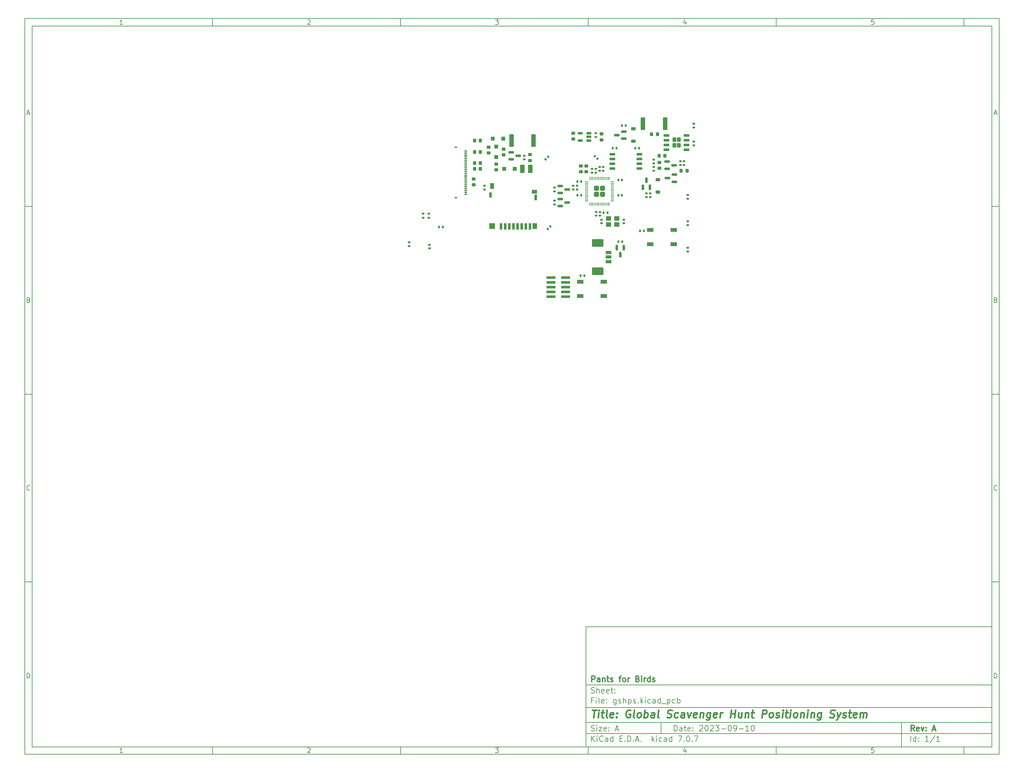
<source format=gbr>
%TF.GenerationSoftware,KiCad,Pcbnew,7.0.7*%
%TF.CreationDate,2023-09-15T21:11:31-07:00*%
%TF.ProjectId,gshps,67736870-732e-46b6-9963-61645f706362,A*%
%TF.SameCoordinates,Original*%
%TF.FileFunction,Paste,Bot*%
%TF.FilePolarity,Positive*%
%FSLAX46Y46*%
G04 Gerber Fmt 4.6, Leading zero omitted, Abs format (unit mm)*
G04 Created by KiCad (PCBNEW 7.0.7) date 2023-09-15 21:11:31*
%MOMM*%
%LPD*%
G01*
G04 APERTURE LIST*
G04 Aperture macros list*
%AMRoundRect*
0 Rectangle with rounded corners*
0 $1 Rounding radius*
0 $2 $3 $4 $5 $6 $7 $8 $9 X,Y pos of 4 corners*
0 Add a 4 corners polygon primitive as box body*
4,1,4,$2,$3,$4,$5,$6,$7,$8,$9,$2,$3,0*
0 Add four circle primitives for the rounded corners*
1,1,$1+$1,$2,$3*
1,1,$1+$1,$4,$5*
1,1,$1+$1,$6,$7*
1,1,$1+$1,$8,$9*
0 Add four rect primitives between the rounded corners*
20,1,$1+$1,$2,$3,$4,$5,0*
20,1,$1+$1,$4,$5,$6,$7,0*
20,1,$1+$1,$6,$7,$8,$9,0*
20,1,$1+$1,$8,$9,$2,$3,0*%
G04 Aperture macros list end*
%ADD10C,0.100000*%
%ADD11C,0.150000*%
%ADD12C,0.300000*%
%ADD13C,0.400000*%
%ADD14RoundRect,0.050000X0.050000X0.387500X-0.050000X0.387500X-0.050000X-0.387500X0.050000X-0.387500X0*%
%ADD15RoundRect,0.050000X0.387500X0.050000X-0.387500X0.050000X-0.387500X-0.050000X0.387500X-0.050000X0*%
%ADD16RoundRect,0.249999X0.395001X0.395001X-0.395001X0.395001X-0.395001X-0.395001X0.395001X-0.395001X0*%
%ADD17RoundRect,0.135000X-0.185000X0.135000X-0.185000X-0.135000X0.185000X-0.135000X0.185000X0.135000X0*%
%ADD18RoundRect,0.225000X-0.225000X-0.250000X0.225000X-0.250000X0.225000X0.250000X-0.225000X0.250000X0*%
%ADD19RoundRect,0.140000X-0.140000X-0.170000X0.140000X-0.170000X0.140000X0.170000X-0.140000X0.170000X0*%
%ADD20RoundRect,0.140000X-0.170000X0.140000X-0.170000X-0.140000X0.170000X-0.140000X0.170000X0.140000X0*%
%ADD21RoundRect,0.150000X0.150000X-0.587500X0.150000X0.587500X-0.150000X0.587500X-0.150000X-0.587500X0*%
%ADD22RoundRect,0.225000X0.250000X-0.225000X0.250000X0.225000X-0.250000X0.225000X-0.250000X-0.225000X0*%
%ADD23R,0.800000X1.400000*%
%ADD24R,1.500000X1.500000*%
%ADD25R,1.300000X1.500000*%
%ADD26R,0.800000X1.500000*%
%ADD27R,1.000000X1.550000*%
%ADD28R,1.450000X1.000000*%
%ADD29R,0.700000X1.750000*%
%ADD30RoundRect,0.250000X-0.300000X-0.300000X0.300000X-0.300000X0.300000X0.300000X-0.300000X0.300000X0*%
%ADD31RoundRect,0.135000X-0.135000X-0.185000X0.135000X-0.185000X0.135000X0.185000X-0.135000X0.185000X0*%
%ADD32RoundRect,0.140000X-0.219203X-0.021213X-0.021213X-0.219203X0.219203X0.021213X0.021213X0.219203X0*%
%ADD33RoundRect,0.225000X0.225000X0.250000X-0.225000X0.250000X-0.225000X-0.250000X0.225000X-0.250000X0*%
%ADD34R,0.800000X0.400000*%
%ADD35R,0.800000X0.300000*%
%ADD36R,1.700000X1.000000*%
%ADD37RoundRect,0.150000X0.650000X0.150000X-0.650000X0.150000X-0.650000X-0.150000X0.650000X-0.150000X0*%
%ADD38RoundRect,0.242500X0.242500X0.382500X-0.242500X0.382500X-0.242500X-0.382500X0.242500X-0.382500X0*%
%ADD39RoundRect,0.140000X0.170000X-0.140000X0.170000X0.140000X-0.170000X0.140000X-0.170000X-0.140000X0*%
%ADD40RoundRect,0.150000X-0.587500X-0.150000X0.587500X-0.150000X0.587500X0.150000X-0.587500X0.150000X0*%
%ADD41RoundRect,0.140000X0.140000X0.170000X-0.140000X0.170000X-0.140000X-0.170000X0.140000X-0.170000X0*%
%ADD42RoundRect,0.135000X0.135000X0.185000X-0.135000X0.185000X-0.135000X-0.185000X0.135000X-0.185000X0*%
%ADD43RoundRect,0.135000X0.185000X-0.135000X0.185000X0.135000X-0.185000X0.135000X-0.185000X-0.135000X0*%
%ADD44RoundRect,0.150000X-0.150000X0.587500X-0.150000X-0.587500X0.150000X-0.587500X0.150000X0.587500X0*%
%ADD45RoundRect,0.225000X-0.250000X0.225000X-0.250000X-0.225000X0.250000X-0.225000X0.250000X0.225000X0*%
%ADD46R,2.400000X0.740000*%
%ADD47RoundRect,0.250001X1.249999X-0.799999X1.249999X0.799999X-1.249999X0.799999X-1.249999X-0.799999X0*%
%ADD48RoundRect,0.200000X0.600000X-0.200000X0.600000X0.200000X-0.600000X0.200000X-0.600000X-0.200000X0*%
%ADD49RoundRect,0.250000X-0.362500X-1.425000X0.362500X-1.425000X0.362500X1.425000X-0.362500X1.425000X0*%
%ADD50RoundRect,0.150000X0.587500X0.150000X-0.587500X0.150000X-0.587500X-0.150000X0.587500X-0.150000X0*%
%ADD51RoundRect,0.140000X-0.021213X0.219203X-0.219203X0.021213X0.021213X-0.219203X0.219203X-0.021213X0*%
%ADD52R,1.400000X1.200000*%
%ADD53RoundRect,0.250000X0.300000X0.300000X-0.300000X0.300000X-0.300000X-0.300000X0.300000X-0.300000X0*%
%ADD54RoundRect,0.150000X0.512500X0.150000X-0.512500X0.150000X-0.512500X-0.150000X0.512500X-0.150000X0*%
%ADD55RoundRect,0.225000X0.375000X-0.225000X0.375000X0.225000X-0.375000X0.225000X-0.375000X-0.225000X0*%
%ADD56RoundRect,0.250000X0.300000X-0.300000X0.300000X0.300000X-0.300000X0.300000X-0.300000X-0.300000X0*%
%ADD57RoundRect,0.140000X0.021213X-0.219203X0.219203X-0.021213X-0.021213X0.219203X-0.219203X0.021213X0*%
%ADD58RoundRect,0.250000X0.375000X0.850000X-0.375000X0.850000X-0.375000X-0.850000X0.375000X-0.850000X0*%
G04 APERTURE END LIST*
D10*
D11*
X159400000Y-171900000D02*
X267400000Y-171900000D01*
X267400000Y-203900000D01*
X159400000Y-203900000D01*
X159400000Y-171900000D01*
D10*
D11*
X10000000Y-10000000D02*
X269400000Y-10000000D01*
X269400000Y-205900000D01*
X10000000Y-205900000D01*
X10000000Y-10000000D01*
D10*
D11*
X12000000Y-12000000D02*
X267400000Y-12000000D01*
X267400000Y-203900000D01*
X12000000Y-203900000D01*
X12000000Y-12000000D01*
D10*
D11*
X60000000Y-12000000D02*
X60000000Y-10000000D01*
D10*
D11*
X110000000Y-12000000D02*
X110000000Y-10000000D01*
D10*
D11*
X160000000Y-12000000D02*
X160000000Y-10000000D01*
D10*
D11*
X210000000Y-12000000D02*
X210000000Y-10000000D01*
D10*
D11*
X260000000Y-12000000D02*
X260000000Y-10000000D01*
D10*
D11*
X36089160Y-11593604D02*
X35346303Y-11593604D01*
X35717731Y-11593604D02*
X35717731Y-10293604D01*
X35717731Y-10293604D02*
X35593922Y-10479319D01*
X35593922Y-10479319D02*
X35470112Y-10603128D01*
X35470112Y-10603128D02*
X35346303Y-10665033D01*
D10*
D11*
X85346303Y-10417414D02*
X85408207Y-10355509D01*
X85408207Y-10355509D02*
X85532017Y-10293604D01*
X85532017Y-10293604D02*
X85841541Y-10293604D01*
X85841541Y-10293604D02*
X85965350Y-10355509D01*
X85965350Y-10355509D02*
X86027255Y-10417414D01*
X86027255Y-10417414D02*
X86089160Y-10541223D01*
X86089160Y-10541223D02*
X86089160Y-10665033D01*
X86089160Y-10665033D02*
X86027255Y-10850747D01*
X86027255Y-10850747D02*
X85284398Y-11593604D01*
X85284398Y-11593604D02*
X86089160Y-11593604D01*
D10*
D11*
X135284398Y-10293604D02*
X136089160Y-10293604D01*
X136089160Y-10293604D02*
X135655826Y-10788842D01*
X135655826Y-10788842D02*
X135841541Y-10788842D01*
X135841541Y-10788842D02*
X135965350Y-10850747D01*
X135965350Y-10850747D02*
X136027255Y-10912652D01*
X136027255Y-10912652D02*
X136089160Y-11036461D01*
X136089160Y-11036461D02*
X136089160Y-11345985D01*
X136089160Y-11345985D02*
X136027255Y-11469795D01*
X136027255Y-11469795D02*
X135965350Y-11531700D01*
X135965350Y-11531700D02*
X135841541Y-11593604D01*
X135841541Y-11593604D02*
X135470112Y-11593604D01*
X135470112Y-11593604D02*
X135346303Y-11531700D01*
X135346303Y-11531700D02*
X135284398Y-11469795D01*
D10*
D11*
X185965350Y-10726938D02*
X185965350Y-11593604D01*
X185655826Y-10231700D02*
X185346303Y-11160271D01*
X185346303Y-11160271D02*
X186151064Y-11160271D01*
D10*
D11*
X236027255Y-10293604D02*
X235408207Y-10293604D01*
X235408207Y-10293604D02*
X235346303Y-10912652D01*
X235346303Y-10912652D02*
X235408207Y-10850747D01*
X235408207Y-10850747D02*
X235532017Y-10788842D01*
X235532017Y-10788842D02*
X235841541Y-10788842D01*
X235841541Y-10788842D02*
X235965350Y-10850747D01*
X235965350Y-10850747D02*
X236027255Y-10912652D01*
X236027255Y-10912652D02*
X236089160Y-11036461D01*
X236089160Y-11036461D02*
X236089160Y-11345985D01*
X236089160Y-11345985D02*
X236027255Y-11469795D01*
X236027255Y-11469795D02*
X235965350Y-11531700D01*
X235965350Y-11531700D02*
X235841541Y-11593604D01*
X235841541Y-11593604D02*
X235532017Y-11593604D01*
X235532017Y-11593604D02*
X235408207Y-11531700D01*
X235408207Y-11531700D02*
X235346303Y-11469795D01*
D10*
D11*
X60000000Y-203900000D02*
X60000000Y-205900000D01*
D10*
D11*
X110000000Y-203900000D02*
X110000000Y-205900000D01*
D10*
D11*
X160000000Y-203900000D02*
X160000000Y-205900000D01*
D10*
D11*
X210000000Y-203900000D02*
X210000000Y-205900000D01*
D10*
D11*
X260000000Y-203900000D02*
X260000000Y-205900000D01*
D10*
D11*
X36089160Y-205493604D02*
X35346303Y-205493604D01*
X35717731Y-205493604D02*
X35717731Y-204193604D01*
X35717731Y-204193604D02*
X35593922Y-204379319D01*
X35593922Y-204379319D02*
X35470112Y-204503128D01*
X35470112Y-204503128D02*
X35346303Y-204565033D01*
D10*
D11*
X85346303Y-204317414D02*
X85408207Y-204255509D01*
X85408207Y-204255509D02*
X85532017Y-204193604D01*
X85532017Y-204193604D02*
X85841541Y-204193604D01*
X85841541Y-204193604D02*
X85965350Y-204255509D01*
X85965350Y-204255509D02*
X86027255Y-204317414D01*
X86027255Y-204317414D02*
X86089160Y-204441223D01*
X86089160Y-204441223D02*
X86089160Y-204565033D01*
X86089160Y-204565033D02*
X86027255Y-204750747D01*
X86027255Y-204750747D02*
X85284398Y-205493604D01*
X85284398Y-205493604D02*
X86089160Y-205493604D01*
D10*
D11*
X135284398Y-204193604D02*
X136089160Y-204193604D01*
X136089160Y-204193604D02*
X135655826Y-204688842D01*
X135655826Y-204688842D02*
X135841541Y-204688842D01*
X135841541Y-204688842D02*
X135965350Y-204750747D01*
X135965350Y-204750747D02*
X136027255Y-204812652D01*
X136027255Y-204812652D02*
X136089160Y-204936461D01*
X136089160Y-204936461D02*
X136089160Y-205245985D01*
X136089160Y-205245985D02*
X136027255Y-205369795D01*
X136027255Y-205369795D02*
X135965350Y-205431700D01*
X135965350Y-205431700D02*
X135841541Y-205493604D01*
X135841541Y-205493604D02*
X135470112Y-205493604D01*
X135470112Y-205493604D02*
X135346303Y-205431700D01*
X135346303Y-205431700D02*
X135284398Y-205369795D01*
D10*
D11*
X185965350Y-204626938D02*
X185965350Y-205493604D01*
X185655826Y-204131700D02*
X185346303Y-205060271D01*
X185346303Y-205060271D02*
X186151064Y-205060271D01*
D10*
D11*
X236027255Y-204193604D02*
X235408207Y-204193604D01*
X235408207Y-204193604D02*
X235346303Y-204812652D01*
X235346303Y-204812652D02*
X235408207Y-204750747D01*
X235408207Y-204750747D02*
X235532017Y-204688842D01*
X235532017Y-204688842D02*
X235841541Y-204688842D01*
X235841541Y-204688842D02*
X235965350Y-204750747D01*
X235965350Y-204750747D02*
X236027255Y-204812652D01*
X236027255Y-204812652D02*
X236089160Y-204936461D01*
X236089160Y-204936461D02*
X236089160Y-205245985D01*
X236089160Y-205245985D02*
X236027255Y-205369795D01*
X236027255Y-205369795D02*
X235965350Y-205431700D01*
X235965350Y-205431700D02*
X235841541Y-205493604D01*
X235841541Y-205493604D02*
X235532017Y-205493604D01*
X235532017Y-205493604D02*
X235408207Y-205431700D01*
X235408207Y-205431700D02*
X235346303Y-205369795D01*
D10*
D11*
X10000000Y-60000000D02*
X12000000Y-60000000D01*
D10*
D11*
X10000000Y-110000000D02*
X12000000Y-110000000D01*
D10*
D11*
X10000000Y-160000000D02*
X12000000Y-160000000D01*
D10*
D11*
X10690476Y-35222176D02*
X11309523Y-35222176D01*
X10566666Y-35593604D02*
X10999999Y-34293604D01*
X10999999Y-34293604D02*
X11433333Y-35593604D01*
D10*
D11*
X11092857Y-84912652D02*
X11278571Y-84974557D01*
X11278571Y-84974557D02*
X11340476Y-85036461D01*
X11340476Y-85036461D02*
X11402380Y-85160271D01*
X11402380Y-85160271D02*
X11402380Y-85345985D01*
X11402380Y-85345985D02*
X11340476Y-85469795D01*
X11340476Y-85469795D02*
X11278571Y-85531700D01*
X11278571Y-85531700D02*
X11154761Y-85593604D01*
X11154761Y-85593604D02*
X10659523Y-85593604D01*
X10659523Y-85593604D02*
X10659523Y-84293604D01*
X10659523Y-84293604D02*
X11092857Y-84293604D01*
X11092857Y-84293604D02*
X11216666Y-84355509D01*
X11216666Y-84355509D02*
X11278571Y-84417414D01*
X11278571Y-84417414D02*
X11340476Y-84541223D01*
X11340476Y-84541223D02*
X11340476Y-84665033D01*
X11340476Y-84665033D02*
X11278571Y-84788842D01*
X11278571Y-84788842D02*
X11216666Y-84850747D01*
X11216666Y-84850747D02*
X11092857Y-84912652D01*
X11092857Y-84912652D02*
X10659523Y-84912652D01*
D10*
D11*
X11402380Y-135469795D02*
X11340476Y-135531700D01*
X11340476Y-135531700D02*
X11154761Y-135593604D01*
X11154761Y-135593604D02*
X11030952Y-135593604D01*
X11030952Y-135593604D02*
X10845238Y-135531700D01*
X10845238Y-135531700D02*
X10721428Y-135407890D01*
X10721428Y-135407890D02*
X10659523Y-135284080D01*
X10659523Y-135284080D02*
X10597619Y-135036461D01*
X10597619Y-135036461D02*
X10597619Y-134850747D01*
X10597619Y-134850747D02*
X10659523Y-134603128D01*
X10659523Y-134603128D02*
X10721428Y-134479319D01*
X10721428Y-134479319D02*
X10845238Y-134355509D01*
X10845238Y-134355509D02*
X11030952Y-134293604D01*
X11030952Y-134293604D02*
X11154761Y-134293604D01*
X11154761Y-134293604D02*
X11340476Y-134355509D01*
X11340476Y-134355509D02*
X11402380Y-134417414D01*
D10*
D11*
X10659523Y-185593604D02*
X10659523Y-184293604D01*
X10659523Y-184293604D02*
X10969047Y-184293604D01*
X10969047Y-184293604D02*
X11154761Y-184355509D01*
X11154761Y-184355509D02*
X11278571Y-184479319D01*
X11278571Y-184479319D02*
X11340476Y-184603128D01*
X11340476Y-184603128D02*
X11402380Y-184850747D01*
X11402380Y-184850747D02*
X11402380Y-185036461D01*
X11402380Y-185036461D02*
X11340476Y-185284080D01*
X11340476Y-185284080D02*
X11278571Y-185407890D01*
X11278571Y-185407890D02*
X11154761Y-185531700D01*
X11154761Y-185531700D02*
X10969047Y-185593604D01*
X10969047Y-185593604D02*
X10659523Y-185593604D01*
D10*
D11*
X269400000Y-60000000D02*
X267400000Y-60000000D01*
D10*
D11*
X269400000Y-110000000D02*
X267400000Y-110000000D01*
D10*
D11*
X269400000Y-160000000D02*
X267400000Y-160000000D01*
D10*
D11*
X268090476Y-35222176D02*
X268709523Y-35222176D01*
X267966666Y-35593604D02*
X268399999Y-34293604D01*
X268399999Y-34293604D02*
X268833333Y-35593604D01*
D10*
D11*
X268492857Y-84912652D02*
X268678571Y-84974557D01*
X268678571Y-84974557D02*
X268740476Y-85036461D01*
X268740476Y-85036461D02*
X268802380Y-85160271D01*
X268802380Y-85160271D02*
X268802380Y-85345985D01*
X268802380Y-85345985D02*
X268740476Y-85469795D01*
X268740476Y-85469795D02*
X268678571Y-85531700D01*
X268678571Y-85531700D02*
X268554761Y-85593604D01*
X268554761Y-85593604D02*
X268059523Y-85593604D01*
X268059523Y-85593604D02*
X268059523Y-84293604D01*
X268059523Y-84293604D02*
X268492857Y-84293604D01*
X268492857Y-84293604D02*
X268616666Y-84355509D01*
X268616666Y-84355509D02*
X268678571Y-84417414D01*
X268678571Y-84417414D02*
X268740476Y-84541223D01*
X268740476Y-84541223D02*
X268740476Y-84665033D01*
X268740476Y-84665033D02*
X268678571Y-84788842D01*
X268678571Y-84788842D02*
X268616666Y-84850747D01*
X268616666Y-84850747D02*
X268492857Y-84912652D01*
X268492857Y-84912652D02*
X268059523Y-84912652D01*
D10*
D11*
X268802380Y-135469795D02*
X268740476Y-135531700D01*
X268740476Y-135531700D02*
X268554761Y-135593604D01*
X268554761Y-135593604D02*
X268430952Y-135593604D01*
X268430952Y-135593604D02*
X268245238Y-135531700D01*
X268245238Y-135531700D02*
X268121428Y-135407890D01*
X268121428Y-135407890D02*
X268059523Y-135284080D01*
X268059523Y-135284080D02*
X267997619Y-135036461D01*
X267997619Y-135036461D02*
X267997619Y-134850747D01*
X267997619Y-134850747D02*
X268059523Y-134603128D01*
X268059523Y-134603128D02*
X268121428Y-134479319D01*
X268121428Y-134479319D02*
X268245238Y-134355509D01*
X268245238Y-134355509D02*
X268430952Y-134293604D01*
X268430952Y-134293604D02*
X268554761Y-134293604D01*
X268554761Y-134293604D02*
X268740476Y-134355509D01*
X268740476Y-134355509D02*
X268802380Y-134417414D01*
D10*
D11*
X268059523Y-185593604D02*
X268059523Y-184293604D01*
X268059523Y-184293604D02*
X268369047Y-184293604D01*
X268369047Y-184293604D02*
X268554761Y-184355509D01*
X268554761Y-184355509D02*
X268678571Y-184479319D01*
X268678571Y-184479319D02*
X268740476Y-184603128D01*
X268740476Y-184603128D02*
X268802380Y-184850747D01*
X268802380Y-184850747D02*
X268802380Y-185036461D01*
X268802380Y-185036461D02*
X268740476Y-185284080D01*
X268740476Y-185284080D02*
X268678571Y-185407890D01*
X268678571Y-185407890D02*
X268554761Y-185531700D01*
X268554761Y-185531700D02*
X268369047Y-185593604D01*
X268369047Y-185593604D02*
X268059523Y-185593604D01*
D10*
D11*
X182855826Y-199686128D02*
X182855826Y-198186128D01*
X182855826Y-198186128D02*
X183212969Y-198186128D01*
X183212969Y-198186128D02*
X183427255Y-198257557D01*
X183427255Y-198257557D02*
X183570112Y-198400414D01*
X183570112Y-198400414D02*
X183641541Y-198543271D01*
X183641541Y-198543271D02*
X183712969Y-198828985D01*
X183712969Y-198828985D02*
X183712969Y-199043271D01*
X183712969Y-199043271D02*
X183641541Y-199328985D01*
X183641541Y-199328985D02*
X183570112Y-199471842D01*
X183570112Y-199471842D02*
X183427255Y-199614700D01*
X183427255Y-199614700D02*
X183212969Y-199686128D01*
X183212969Y-199686128D02*
X182855826Y-199686128D01*
X184998684Y-199686128D02*
X184998684Y-198900414D01*
X184998684Y-198900414D02*
X184927255Y-198757557D01*
X184927255Y-198757557D02*
X184784398Y-198686128D01*
X184784398Y-198686128D02*
X184498684Y-198686128D01*
X184498684Y-198686128D02*
X184355826Y-198757557D01*
X184998684Y-199614700D02*
X184855826Y-199686128D01*
X184855826Y-199686128D02*
X184498684Y-199686128D01*
X184498684Y-199686128D02*
X184355826Y-199614700D01*
X184355826Y-199614700D02*
X184284398Y-199471842D01*
X184284398Y-199471842D02*
X184284398Y-199328985D01*
X184284398Y-199328985D02*
X184355826Y-199186128D01*
X184355826Y-199186128D02*
X184498684Y-199114700D01*
X184498684Y-199114700D02*
X184855826Y-199114700D01*
X184855826Y-199114700D02*
X184998684Y-199043271D01*
X185498684Y-198686128D02*
X186070112Y-198686128D01*
X185712969Y-198186128D02*
X185712969Y-199471842D01*
X185712969Y-199471842D02*
X185784398Y-199614700D01*
X185784398Y-199614700D02*
X185927255Y-199686128D01*
X185927255Y-199686128D02*
X186070112Y-199686128D01*
X187141541Y-199614700D02*
X186998684Y-199686128D01*
X186998684Y-199686128D02*
X186712970Y-199686128D01*
X186712970Y-199686128D02*
X186570112Y-199614700D01*
X186570112Y-199614700D02*
X186498684Y-199471842D01*
X186498684Y-199471842D02*
X186498684Y-198900414D01*
X186498684Y-198900414D02*
X186570112Y-198757557D01*
X186570112Y-198757557D02*
X186712970Y-198686128D01*
X186712970Y-198686128D02*
X186998684Y-198686128D01*
X186998684Y-198686128D02*
X187141541Y-198757557D01*
X187141541Y-198757557D02*
X187212970Y-198900414D01*
X187212970Y-198900414D02*
X187212970Y-199043271D01*
X187212970Y-199043271D02*
X186498684Y-199186128D01*
X187855826Y-199543271D02*
X187927255Y-199614700D01*
X187927255Y-199614700D02*
X187855826Y-199686128D01*
X187855826Y-199686128D02*
X187784398Y-199614700D01*
X187784398Y-199614700D02*
X187855826Y-199543271D01*
X187855826Y-199543271D02*
X187855826Y-199686128D01*
X187855826Y-198757557D02*
X187927255Y-198828985D01*
X187927255Y-198828985D02*
X187855826Y-198900414D01*
X187855826Y-198900414D02*
X187784398Y-198828985D01*
X187784398Y-198828985D02*
X187855826Y-198757557D01*
X187855826Y-198757557D02*
X187855826Y-198900414D01*
X189641541Y-198328985D02*
X189712969Y-198257557D01*
X189712969Y-198257557D02*
X189855827Y-198186128D01*
X189855827Y-198186128D02*
X190212969Y-198186128D01*
X190212969Y-198186128D02*
X190355827Y-198257557D01*
X190355827Y-198257557D02*
X190427255Y-198328985D01*
X190427255Y-198328985D02*
X190498684Y-198471842D01*
X190498684Y-198471842D02*
X190498684Y-198614700D01*
X190498684Y-198614700D02*
X190427255Y-198828985D01*
X190427255Y-198828985D02*
X189570112Y-199686128D01*
X189570112Y-199686128D02*
X190498684Y-199686128D01*
X191427255Y-198186128D02*
X191570112Y-198186128D01*
X191570112Y-198186128D02*
X191712969Y-198257557D01*
X191712969Y-198257557D02*
X191784398Y-198328985D01*
X191784398Y-198328985D02*
X191855826Y-198471842D01*
X191855826Y-198471842D02*
X191927255Y-198757557D01*
X191927255Y-198757557D02*
X191927255Y-199114700D01*
X191927255Y-199114700D02*
X191855826Y-199400414D01*
X191855826Y-199400414D02*
X191784398Y-199543271D01*
X191784398Y-199543271D02*
X191712969Y-199614700D01*
X191712969Y-199614700D02*
X191570112Y-199686128D01*
X191570112Y-199686128D02*
X191427255Y-199686128D01*
X191427255Y-199686128D02*
X191284398Y-199614700D01*
X191284398Y-199614700D02*
X191212969Y-199543271D01*
X191212969Y-199543271D02*
X191141540Y-199400414D01*
X191141540Y-199400414D02*
X191070112Y-199114700D01*
X191070112Y-199114700D02*
X191070112Y-198757557D01*
X191070112Y-198757557D02*
X191141540Y-198471842D01*
X191141540Y-198471842D02*
X191212969Y-198328985D01*
X191212969Y-198328985D02*
X191284398Y-198257557D01*
X191284398Y-198257557D02*
X191427255Y-198186128D01*
X192498683Y-198328985D02*
X192570111Y-198257557D01*
X192570111Y-198257557D02*
X192712969Y-198186128D01*
X192712969Y-198186128D02*
X193070111Y-198186128D01*
X193070111Y-198186128D02*
X193212969Y-198257557D01*
X193212969Y-198257557D02*
X193284397Y-198328985D01*
X193284397Y-198328985D02*
X193355826Y-198471842D01*
X193355826Y-198471842D02*
X193355826Y-198614700D01*
X193355826Y-198614700D02*
X193284397Y-198828985D01*
X193284397Y-198828985D02*
X192427254Y-199686128D01*
X192427254Y-199686128D02*
X193355826Y-199686128D01*
X193855825Y-198186128D02*
X194784397Y-198186128D01*
X194784397Y-198186128D02*
X194284397Y-198757557D01*
X194284397Y-198757557D02*
X194498682Y-198757557D01*
X194498682Y-198757557D02*
X194641540Y-198828985D01*
X194641540Y-198828985D02*
X194712968Y-198900414D01*
X194712968Y-198900414D02*
X194784397Y-199043271D01*
X194784397Y-199043271D02*
X194784397Y-199400414D01*
X194784397Y-199400414D02*
X194712968Y-199543271D01*
X194712968Y-199543271D02*
X194641540Y-199614700D01*
X194641540Y-199614700D02*
X194498682Y-199686128D01*
X194498682Y-199686128D02*
X194070111Y-199686128D01*
X194070111Y-199686128D02*
X193927254Y-199614700D01*
X193927254Y-199614700D02*
X193855825Y-199543271D01*
X195427253Y-199114700D02*
X196570111Y-199114700D01*
X197570111Y-198186128D02*
X197712968Y-198186128D01*
X197712968Y-198186128D02*
X197855825Y-198257557D01*
X197855825Y-198257557D02*
X197927254Y-198328985D01*
X197927254Y-198328985D02*
X197998682Y-198471842D01*
X197998682Y-198471842D02*
X198070111Y-198757557D01*
X198070111Y-198757557D02*
X198070111Y-199114700D01*
X198070111Y-199114700D02*
X197998682Y-199400414D01*
X197998682Y-199400414D02*
X197927254Y-199543271D01*
X197927254Y-199543271D02*
X197855825Y-199614700D01*
X197855825Y-199614700D02*
X197712968Y-199686128D01*
X197712968Y-199686128D02*
X197570111Y-199686128D01*
X197570111Y-199686128D02*
X197427254Y-199614700D01*
X197427254Y-199614700D02*
X197355825Y-199543271D01*
X197355825Y-199543271D02*
X197284396Y-199400414D01*
X197284396Y-199400414D02*
X197212968Y-199114700D01*
X197212968Y-199114700D02*
X197212968Y-198757557D01*
X197212968Y-198757557D02*
X197284396Y-198471842D01*
X197284396Y-198471842D02*
X197355825Y-198328985D01*
X197355825Y-198328985D02*
X197427254Y-198257557D01*
X197427254Y-198257557D02*
X197570111Y-198186128D01*
X198784396Y-199686128D02*
X199070110Y-199686128D01*
X199070110Y-199686128D02*
X199212967Y-199614700D01*
X199212967Y-199614700D02*
X199284396Y-199543271D01*
X199284396Y-199543271D02*
X199427253Y-199328985D01*
X199427253Y-199328985D02*
X199498682Y-199043271D01*
X199498682Y-199043271D02*
X199498682Y-198471842D01*
X199498682Y-198471842D02*
X199427253Y-198328985D01*
X199427253Y-198328985D02*
X199355825Y-198257557D01*
X199355825Y-198257557D02*
X199212967Y-198186128D01*
X199212967Y-198186128D02*
X198927253Y-198186128D01*
X198927253Y-198186128D02*
X198784396Y-198257557D01*
X198784396Y-198257557D02*
X198712967Y-198328985D01*
X198712967Y-198328985D02*
X198641539Y-198471842D01*
X198641539Y-198471842D02*
X198641539Y-198828985D01*
X198641539Y-198828985D02*
X198712967Y-198971842D01*
X198712967Y-198971842D02*
X198784396Y-199043271D01*
X198784396Y-199043271D02*
X198927253Y-199114700D01*
X198927253Y-199114700D02*
X199212967Y-199114700D01*
X199212967Y-199114700D02*
X199355825Y-199043271D01*
X199355825Y-199043271D02*
X199427253Y-198971842D01*
X199427253Y-198971842D02*
X199498682Y-198828985D01*
X200141538Y-199114700D02*
X201284396Y-199114700D01*
X202784396Y-199686128D02*
X201927253Y-199686128D01*
X202355824Y-199686128D02*
X202355824Y-198186128D01*
X202355824Y-198186128D02*
X202212967Y-198400414D01*
X202212967Y-198400414D02*
X202070110Y-198543271D01*
X202070110Y-198543271D02*
X201927253Y-198614700D01*
X203712967Y-198186128D02*
X203855824Y-198186128D01*
X203855824Y-198186128D02*
X203998681Y-198257557D01*
X203998681Y-198257557D02*
X204070110Y-198328985D01*
X204070110Y-198328985D02*
X204141538Y-198471842D01*
X204141538Y-198471842D02*
X204212967Y-198757557D01*
X204212967Y-198757557D02*
X204212967Y-199114700D01*
X204212967Y-199114700D02*
X204141538Y-199400414D01*
X204141538Y-199400414D02*
X204070110Y-199543271D01*
X204070110Y-199543271D02*
X203998681Y-199614700D01*
X203998681Y-199614700D02*
X203855824Y-199686128D01*
X203855824Y-199686128D02*
X203712967Y-199686128D01*
X203712967Y-199686128D02*
X203570110Y-199614700D01*
X203570110Y-199614700D02*
X203498681Y-199543271D01*
X203498681Y-199543271D02*
X203427252Y-199400414D01*
X203427252Y-199400414D02*
X203355824Y-199114700D01*
X203355824Y-199114700D02*
X203355824Y-198757557D01*
X203355824Y-198757557D02*
X203427252Y-198471842D01*
X203427252Y-198471842D02*
X203498681Y-198328985D01*
X203498681Y-198328985D02*
X203570110Y-198257557D01*
X203570110Y-198257557D02*
X203712967Y-198186128D01*
D10*
D11*
X159400000Y-200400000D02*
X267400000Y-200400000D01*
D10*
D11*
X160855826Y-202486128D02*
X160855826Y-200986128D01*
X161712969Y-202486128D02*
X161070112Y-201628985D01*
X161712969Y-200986128D02*
X160855826Y-201843271D01*
X162355826Y-202486128D02*
X162355826Y-201486128D01*
X162355826Y-200986128D02*
X162284398Y-201057557D01*
X162284398Y-201057557D02*
X162355826Y-201128985D01*
X162355826Y-201128985D02*
X162427255Y-201057557D01*
X162427255Y-201057557D02*
X162355826Y-200986128D01*
X162355826Y-200986128D02*
X162355826Y-201128985D01*
X163927255Y-202343271D02*
X163855827Y-202414700D01*
X163855827Y-202414700D02*
X163641541Y-202486128D01*
X163641541Y-202486128D02*
X163498684Y-202486128D01*
X163498684Y-202486128D02*
X163284398Y-202414700D01*
X163284398Y-202414700D02*
X163141541Y-202271842D01*
X163141541Y-202271842D02*
X163070112Y-202128985D01*
X163070112Y-202128985D02*
X162998684Y-201843271D01*
X162998684Y-201843271D02*
X162998684Y-201628985D01*
X162998684Y-201628985D02*
X163070112Y-201343271D01*
X163070112Y-201343271D02*
X163141541Y-201200414D01*
X163141541Y-201200414D02*
X163284398Y-201057557D01*
X163284398Y-201057557D02*
X163498684Y-200986128D01*
X163498684Y-200986128D02*
X163641541Y-200986128D01*
X163641541Y-200986128D02*
X163855827Y-201057557D01*
X163855827Y-201057557D02*
X163927255Y-201128985D01*
X165212970Y-202486128D02*
X165212970Y-201700414D01*
X165212970Y-201700414D02*
X165141541Y-201557557D01*
X165141541Y-201557557D02*
X164998684Y-201486128D01*
X164998684Y-201486128D02*
X164712970Y-201486128D01*
X164712970Y-201486128D02*
X164570112Y-201557557D01*
X165212970Y-202414700D02*
X165070112Y-202486128D01*
X165070112Y-202486128D02*
X164712970Y-202486128D01*
X164712970Y-202486128D02*
X164570112Y-202414700D01*
X164570112Y-202414700D02*
X164498684Y-202271842D01*
X164498684Y-202271842D02*
X164498684Y-202128985D01*
X164498684Y-202128985D02*
X164570112Y-201986128D01*
X164570112Y-201986128D02*
X164712970Y-201914700D01*
X164712970Y-201914700D02*
X165070112Y-201914700D01*
X165070112Y-201914700D02*
X165212970Y-201843271D01*
X166570113Y-202486128D02*
X166570113Y-200986128D01*
X166570113Y-202414700D02*
X166427255Y-202486128D01*
X166427255Y-202486128D02*
X166141541Y-202486128D01*
X166141541Y-202486128D02*
X165998684Y-202414700D01*
X165998684Y-202414700D02*
X165927255Y-202343271D01*
X165927255Y-202343271D02*
X165855827Y-202200414D01*
X165855827Y-202200414D02*
X165855827Y-201771842D01*
X165855827Y-201771842D02*
X165927255Y-201628985D01*
X165927255Y-201628985D02*
X165998684Y-201557557D01*
X165998684Y-201557557D02*
X166141541Y-201486128D01*
X166141541Y-201486128D02*
X166427255Y-201486128D01*
X166427255Y-201486128D02*
X166570113Y-201557557D01*
X168427255Y-201700414D02*
X168927255Y-201700414D01*
X169141541Y-202486128D02*
X168427255Y-202486128D01*
X168427255Y-202486128D02*
X168427255Y-200986128D01*
X168427255Y-200986128D02*
X169141541Y-200986128D01*
X169784398Y-202343271D02*
X169855827Y-202414700D01*
X169855827Y-202414700D02*
X169784398Y-202486128D01*
X169784398Y-202486128D02*
X169712970Y-202414700D01*
X169712970Y-202414700D02*
X169784398Y-202343271D01*
X169784398Y-202343271D02*
X169784398Y-202486128D01*
X170498684Y-202486128D02*
X170498684Y-200986128D01*
X170498684Y-200986128D02*
X170855827Y-200986128D01*
X170855827Y-200986128D02*
X171070113Y-201057557D01*
X171070113Y-201057557D02*
X171212970Y-201200414D01*
X171212970Y-201200414D02*
X171284399Y-201343271D01*
X171284399Y-201343271D02*
X171355827Y-201628985D01*
X171355827Y-201628985D02*
X171355827Y-201843271D01*
X171355827Y-201843271D02*
X171284399Y-202128985D01*
X171284399Y-202128985D02*
X171212970Y-202271842D01*
X171212970Y-202271842D02*
X171070113Y-202414700D01*
X171070113Y-202414700D02*
X170855827Y-202486128D01*
X170855827Y-202486128D02*
X170498684Y-202486128D01*
X171998684Y-202343271D02*
X172070113Y-202414700D01*
X172070113Y-202414700D02*
X171998684Y-202486128D01*
X171998684Y-202486128D02*
X171927256Y-202414700D01*
X171927256Y-202414700D02*
X171998684Y-202343271D01*
X171998684Y-202343271D02*
X171998684Y-202486128D01*
X172641542Y-202057557D02*
X173355828Y-202057557D01*
X172498685Y-202486128D02*
X172998685Y-200986128D01*
X172998685Y-200986128D02*
X173498685Y-202486128D01*
X173998684Y-202343271D02*
X174070113Y-202414700D01*
X174070113Y-202414700D02*
X173998684Y-202486128D01*
X173998684Y-202486128D02*
X173927256Y-202414700D01*
X173927256Y-202414700D02*
X173998684Y-202343271D01*
X173998684Y-202343271D02*
X173998684Y-202486128D01*
X176998684Y-202486128D02*
X176998684Y-200986128D01*
X177141542Y-201914700D02*
X177570113Y-202486128D01*
X177570113Y-201486128D02*
X176998684Y-202057557D01*
X178212970Y-202486128D02*
X178212970Y-201486128D01*
X178212970Y-200986128D02*
X178141542Y-201057557D01*
X178141542Y-201057557D02*
X178212970Y-201128985D01*
X178212970Y-201128985D02*
X178284399Y-201057557D01*
X178284399Y-201057557D02*
X178212970Y-200986128D01*
X178212970Y-200986128D02*
X178212970Y-201128985D01*
X179570114Y-202414700D02*
X179427256Y-202486128D01*
X179427256Y-202486128D02*
X179141542Y-202486128D01*
X179141542Y-202486128D02*
X178998685Y-202414700D01*
X178998685Y-202414700D02*
X178927256Y-202343271D01*
X178927256Y-202343271D02*
X178855828Y-202200414D01*
X178855828Y-202200414D02*
X178855828Y-201771842D01*
X178855828Y-201771842D02*
X178927256Y-201628985D01*
X178927256Y-201628985D02*
X178998685Y-201557557D01*
X178998685Y-201557557D02*
X179141542Y-201486128D01*
X179141542Y-201486128D02*
X179427256Y-201486128D01*
X179427256Y-201486128D02*
X179570114Y-201557557D01*
X180855828Y-202486128D02*
X180855828Y-201700414D01*
X180855828Y-201700414D02*
X180784399Y-201557557D01*
X180784399Y-201557557D02*
X180641542Y-201486128D01*
X180641542Y-201486128D02*
X180355828Y-201486128D01*
X180355828Y-201486128D02*
X180212970Y-201557557D01*
X180855828Y-202414700D02*
X180712970Y-202486128D01*
X180712970Y-202486128D02*
X180355828Y-202486128D01*
X180355828Y-202486128D02*
X180212970Y-202414700D01*
X180212970Y-202414700D02*
X180141542Y-202271842D01*
X180141542Y-202271842D02*
X180141542Y-202128985D01*
X180141542Y-202128985D02*
X180212970Y-201986128D01*
X180212970Y-201986128D02*
X180355828Y-201914700D01*
X180355828Y-201914700D02*
X180712970Y-201914700D01*
X180712970Y-201914700D02*
X180855828Y-201843271D01*
X182212971Y-202486128D02*
X182212971Y-200986128D01*
X182212971Y-202414700D02*
X182070113Y-202486128D01*
X182070113Y-202486128D02*
X181784399Y-202486128D01*
X181784399Y-202486128D02*
X181641542Y-202414700D01*
X181641542Y-202414700D02*
X181570113Y-202343271D01*
X181570113Y-202343271D02*
X181498685Y-202200414D01*
X181498685Y-202200414D02*
X181498685Y-201771842D01*
X181498685Y-201771842D02*
X181570113Y-201628985D01*
X181570113Y-201628985D02*
X181641542Y-201557557D01*
X181641542Y-201557557D02*
X181784399Y-201486128D01*
X181784399Y-201486128D02*
X182070113Y-201486128D01*
X182070113Y-201486128D02*
X182212971Y-201557557D01*
X183927256Y-200986128D02*
X184927256Y-200986128D01*
X184927256Y-200986128D02*
X184284399Y-202486128D01*
X185498684Y-202343271D02*
X185570113Y-202414700D01*
X185570113Y-202414700D02*
X185498684Y-202486128D01*
X185498684Y-202486128D02*
X185427256Y-202414700D01*
X185427256Y-202414700D02*
X185498684Y-202343271D01*
X185498684Y-202343271D02*
X185498684Y-202486128D01*
X186498685Y-200986128D02*
X186641542Y-200986128D01*
X186641542Y-200986128D02*
X186784399Y-201057557D01*
X186784399Y-201057557D02*
X186855828Y-201128985D01*
X186855828Y-201128985D02*
X186927256Y-201271842D01*
X186927256Y-201271842D02*
X186998685Y-201557557D01*
X186998685Y-201557557D02*
X186998685Y-201914700D01*
X186998685Y-201914700D02*
X186927256Y-202200414D01*
X186927256Y-202200414D02*
X186855828Y-202343271D01*
X186855828Y-202343271D02*
X186784399Y-202414700D01*
X186784399Y-202414700D02*
X186641542Y-202486128D01*
X186641542Y-202486128D02*
X186498685Y-202486128D01*
X186498685Y-202486128D02*
X186355828Y-202414700D01*
X186355828Y-202414700D02*
X186284399Y-202343271D01*
X186284399Y-202343271D02*
X186212970Y-202200414D01*
X186212970Y-202200414D02*
X186141542Y-201914700D01*
X186141542Y-201914700D02*
X186141542Y-201557557D01*
X186141542Y-201557557D02*
X186212970Y-201271842D01*
X186212970Y-201271842D02*
X186284399Y-201128985D01*
X186284399Y-201128985D02*
X186355828Y-201057557D01*
X186355828Y-201057557D02*
X186498685Y-200986128D01*
X187641541Y-202343271D02*
X187712970Y-202414700D01*
X187712970Y-202414700D02*
X187641541Y-202486128D01*
X187641541Y-202486128D02*
X187570113Y-202414700D01*
X187570113Y-202414700D02*
X187641541Y-202343271D01*
X187641541Y-202343271D02*
X187641541Y-202486128D01*
X188212970Y-200986128D02*
X189212970Y-200986128D01*
X189212970Y-200986128D02*
X188570113Y-202486128D01*
D10*
D11*
X159400000Y-197400000D02*
X267400000Y-197400000D01*
D10*
D12*
X246811653Y-199678328D02*
X246311653Y-198964042D01*
X245954510Y-199678328D02*
X245954510Y-198178328D01*
X245954510Y-198178328D02*
X246525939Y-198178328D01*
X246525939Y-198178328D02*
X246668796Y-198249757D01*
X246668796Y-198249757D02*
X246740225Y-198321185D01*
X246740225Y-198321185D02*
X246811653Y-198464042D01*
X246811653Y-198464042D02*
X246811653Y-198678328D01*
X246811653Y-198678328D02*
X246740225Y-198821185D01*
X246740225Y-198821185D02*
X246668796Y-198892614D01*
X246668796Y-198892614D02*
X246525939Y-198964042D01*
X246525939Y-198964042D02*
X245954510Y-198964042D01*
X248025939Y-199606900D02*
X247883082Y-199678328D01*
X247883082Y-199678328D02*
X247597368Y-199678328D01*
X247597368Y-199678328D02*
X247454510Y-199606900D01*
X247454510Y-199606900D02*
X247383082Y-199464042D01*
X247383082Y-199464042D02*
X247383082Y-198892614D01*
X247383082Y-198892614D02*
X247454510Y-198749757D01*
X247454510Y-198749757D02*
X247597368Y-198678328D01*
X247597368Y-198678328D02*
X247883082Y-198678328D01*
X247883082Y-198678328D02*
X248025939Y-198749757D01*
X248025939Y-198749757D02*
X248097368Y-198892614D01*
X248097368Y-198892614D02*
X248097368Y-199035471D01*
X248097368Y-199035471D02*
X247383082Y-199178328D01*
X248597367Y-198678328D02*
X248954510Y-199678328D01*
X248954510Y-199678328D02*
X249311653Y-198678328D01*
X249883081Y-199535471D02*
X249954510Y-199606900D01*
X249954510Y-199606900D02*
X249883081Y-199678328D01*
X249883081Y-199678328D02*
X249811653Y-199606900D01*
X249811653Y-199606900D02*
X249883081Y-199535471D01*
X249883081Y-199535471D02*
X249883081Y-199678328D01*
X249883081Y-198749757D02*
X249954510Y-198821185D01*
X249954510Y-198821185D02*
X249883081Y-198892614D01*
X249883081Y-198892614D02*
X249811653Y-198821185D01*
X249811653Y-198821185D02*
X249883081Y-198749757D01*
X249883081Y-198749757D02*
X249883081Y-198892614D01*
X251668796Y-199249757D02*
X252383082Y-199249757D01*
X251525939Y-199678328D02*
X252025939Y-198178328D01*
X252025939Y-198178328D02*
X252525939Y-199678328D01*
D10*
D11*
X160784398Y-199614700D02*
X160998684Y-199686128D01*
X160998684Y-199686128D02*
X161355826Y-199686128D01*
X161355826Y-199686128D02*
X161498684Y-199614700D01*
X161498684Y-199614700D02*
X161570112Y-199543271D01*
X161570112Y-199543271D02*
X161641541Y-199400414D01*
X161641541Y-199400414D02*
X161641541Y-199257557D01*
X161641541Y-199257557D02*
X161570112Y-199114700D01*
X161570112Y-199114700D02*
X161498684Y-199043271D01*
X161498684Y-199043271D02*
X161355826Y-198971842D01*
X161355826Y-198971842D02*
X161070112Y-198900414D01*
X161070112Y-198900414D02*
X160927255Y-198828985D01*
X160927255Y-198828985D02*
X160855826Y-198757557D01*
X160855826Y-198757557D02*
X160784398Y-198614700D01*
X160784398Y-198614700D02*
X160784398Y-198471842D01*
X160784398Y-198471842D02*
X160855826Y-198328985D01*
X160855826Y-198328985D02*
X160927255Y-198257557D01*
X160927255Y-198257557D02*
X161070112Y-198186128D01*
X161070112Y-198186128D02*
X161427255Y-198186128D01*
X161427255Y-198186128D02*
X161641541Y-198257557D01*
X162284397Y-199686128D02*
X162284397Y-198686128D01*
X162284397Y-198186128D02*
X162212969Y-198257557D01*
X162212969Y-198257557D02*
X162284397Y-198328985D01*
X162284397Y-198328985D02*
X162355826Y-198257557D01*
X162355826Y-198257557D02*
X162284397Y-198186128D01*
X162284397Y-198186128D02*
X162284397Y-198328985D01*
X162855826Y-198686128D02*
X163641541Y-198686128D01*
X163641541Y-198686128D02*
X162855826Y-199686128D01*
X162855826Y-199686128D02*
X163641541Y-199686128D01*
X164784398Y-199614700D02*
X164641541Y-199686128D01*
X164641541Y-199686128D02*
X164355827Y-199686128D01*
X164355827Y-199686128D02*
X164212969Y-199614700D01*
X164212969Y-199614700D02*
X164141541Y-199471842D01*
X164141541Y-199471842D02*
X164141541Y-198900414D01*
X164141541Y-198900414D02*
X164212969Y-198757557D01*
X164212969Y-198757557D02*
X164355827Y-198686128D01*
X164355827Y-198686128D02*
X164641541Y-198686128D01*
X164641541Y-198686128D02*
X164784398Y-198757557D01*
X164784398Y-198757557D02*
X164855827Y-198900414D01*
X164855827Y-198900414D02*
X164855827Y-199043271D01*
X164855827Y-199043271D02*
X164141541Y-199186128D01*
X165498683Y-199543271D02*
X165570112Y-199614700D01*
X165570112Y-199614700D02*
X165498683Y-199686128D01*
X165498683Y-199686128D02*
X165427255Y-199614700D01*
X165427255Y-199614700D02*
X165498683Y-199543271D01*
X165498683Y-199543271D02*
X165498683Y-199686128D01*
X165498683Y-198757557D02*
X165570112Y-198828985D01*
X165570112Y-198828985D02*
X165498683Y-198900414D01*
X165498683Y-198900414D02*
X165427255Y-198828985D01*
X165427255Y-198828985D02*
X165498683Y-198757557D01*
X165498683Y-198757557D02*
X165498683Y-198900414D01*
X167284398Y-199257557D02*
X167998684Y-199257557D01*
X167141541Y-199686128D02*
X167641541Y-198186128D01*
X167641541Y-198186128D02*
X168141541Y-199686128D01*
D10*
D11*
X245855826Y-202486128D02*
X245855826Y-200986128D01*
X247212970Y-202486128D02*
X247212970Y-200986128D01*
X247212970Y-202414700D02*
X247070112Y-202486128D01*
X247070112Y-202486128D02*
X246784398Y-202486128D01*
X246784398Y-202486128D02*
X246641541Y-202414700D01*
X246641541Y-202414700D02*
X246570112Y-202343271D01*
X246570112Y-202343271D02*
X246498684Y-202200414D01*
X246498684Y-202200414D02*
X246498684Y-201771842D01*
X246498684Y-201771842D02*
X246570112Y-201628985D01*
X246570112Y-201628985D02*
X246641541Y-201557557D01*
X246641541Y-201557557D02*
X246784398Y-201486128D01*
X246784398Y-201486128D02*
X247070112Y-201486128D01*
X247070112Y-201486128D02*
X247212970Y-201557557D01*
X247927255Y-202343271D02*
X247998684Y-202414700D01*
X247998684Y-202414700D02*
X247927255Y-202486128D01*
X247927255Y-202486128D02*
X247855827Y-202414700D01*
X247855827Y-202414700D02*
X247927255Y-202343271D01*
X247927255Y-202343271D02*
X247927255Y-202486128D01*
X247927255Y-201557557D02*
X247998684Y-201628985D01*
X247998684Y-201628985D02*
X247927255Y-201700414D01*
X247927255Y-201700414D02*
X247855827Y-201628985D01*
X247855827Y-201628985D02*
X247927255Y-201557557D01*
X247927255Y-201557557D02*
X247927255Y-201700414D01*
X250570113Y-202486128D02*
X249712970Y-202486128D01*
X250141541Y-202486128D02*
X250141541Y-200986128D01*
X250141541Y-200986128D02*
X249998684Y-201200414D01*
X249998684Y-201200414D02*
X249855827Y-201343271D01*
X249855827Y-201343271D02*
X249712970Y-201414700D01*
X252284398Y-200914700D02*
X250998684Y-202843271D01*
X253570113Y-202486128D02*
X252712970Y-202486128D01*
X253141541Y-202486128D02*
X253141541Y-200986128D01*
X253141541Y-200986128D02*
X252998684Y-201200414D01*
X252998684Y-201200414D02*
X252855827Y-201343271D01*
X252855827Y-201343271D02*
X252712970Y-201414700D01*
D10*
D11*
X159400000Y-193400000D02*
X267400000Y-193400000D01*
D10*
D13*
X161091728Y-194104438D02*
X162234585Y-194104438D01*
X161413157Y-196104438D02*
X161663157Y-194104438D01*
X162651252Y-196104438D02*
X162817919Y-194771104D01*
X162901252Y-194104438D02*
X162794109Y-194199676D01*
X162794109Y-194199676D02*
X162877443Y-194294914D01*
X162877443Y-194294914D02*
X162984586Y-194199676D01*
X162984586Y-194199676D02*
X162901252Y-194104438D01*
X162901252Y-194104438D02*
X162877443Y-194294914D01*
X163484586Y-194771104D02*
X164246490Y-194771104D01*
X163853633Y-194104438D02*
X163639348Y-195818723D01*
X163639348Y-195818723D02*
X163710776Y-196009200D01*
X163710776Y-196009200D02*
X163889348Y-196104438D01*
X163889348Y-196104438D02*
X164079824Y-196104438D01*
X165032205Y-196104438D02*
X164853633Y-196009200D01*
X164853633Y-196009200D02*
X164782205Y-195818723D01*
X164782205Y-195818723D02*
X164996490Y-194104438D01*
X166567919Y-196009200D02*
X166365538Y-196104438D01*
X166365538Y-196104438D02*
X165984585Y-196104438D01*
X165984585Y-196104438D02*
X165806014Y-196009200D01*
X165806014Y-196009200D02*
X165734585Y-195818723D01*
X165734585Y-195818723D02*
X165829824Y-195056819D01*
X165829824Y-195056819D02*
X165948871Y-194866342D01*
X165948871Y-194866342D02*
X166151252Y-194771104D01*
X166151252Y-194771104D02*
X166532204Y-194771104D01*
X166532204Y-194771104D02*
X166710776Y-194866342D01*
X166710776Y-194866342D02*
X166782204Y-195056819D01*
X166782204Y-195056819D02*
X166758395Y-195247295D01*
X166758395Y-195247295D02*
X165782204Y-195437771D01*
X167532205Y-195913961D02*
X167615538Y-196009200D01*
X167615538Y-196009200D02*
X167508395Y-196104438D01*
X167508395Y-196104438D02*
X167425062Y-196009200D01*
X167425062Y-196009200D02*
X167532205Y-195913961D01*
X167532205Y-195913961D02*
X167508395Y-196104438D01*
X167663157Y-194866342D02*
X167746490Y-194961580D01*
X167746490Y-194961580D02*
X167639348Y-195056819D01*
X167639348Y-195056819D02*
X167556014Y-194961580D01*
X167556014Y-194961580D02*
X167663157Y-194866342D01*
X167663157Y-194866342D02*
X167639348Y-195056819D01*
X171270301Y-194199676D02*
X171091729Y-194104438D01*
X171091729Y-194104438D02*
X170806015Y-194104438D01*
X170806015Y-194104438D02*
X170508396Y-194199676D01*
X170508396Y-194199676D02*
X170294110Y-194390152D01*
X170294110Y-194390152D02*
X170175062Y-194580628D01*
X170175062Y-194580628D02*
X170032205Y-194961580D01*
X170032205Y-194961580D02*
X169996491Y-195247295D01*
X169996491Y-195247295D02*
X170044110Y-195628247D01*
X170044110Y-195628247D02*
X170115539Y-195818723D01*
X170115539Y-195818723D02*
X170282205Y-196009200D01*
X170282205Y-196009200D02*
X170556015Y-196104438D01*
X170556015Y-196104438D02*
X170746491Y-196104438D01*
X170746491Y-196104438D02*
X171044110Y-196009200D01*
X171044110Y-196009200D02*
X171151253Y-195913961D01*
X171151253Y-195913961D02*
X171234586Y-195247295D01*
X171234586Y-195247295D02*
X170853634Y-195247295D01*
X172270301Y-196104438D02*
X172091729Y-196009200D01*
X172091729Y-196009200D02*
X172020301Y-195818723D01*
X172020301Y-195818723D02*
X172234586Y-194104438D01*
X173317920Y-196104438D02*
X173139348Y-196009200D01*
X173139348Y-196009200D02*
X173056015Y-195913961D01*
X173056015Y-195913961D02*
X172984586Y-195723485D01*
X172984586Y-195723485D02*
X173056015Y-195152057D01*
X173056015Y-195152057D02*
X173175062Y-194961580D01*
X173175062Y-194961580D02*
X173282205Y-194866342D01*
X173282205Y-194866342D02*
X173484586Y-194771104D01*
X173484586Y-194771104D02*
X173770300Y-194771104D01*
X173770300Y-194771104D02*
X173948872Y-194866342D01*
X173948872Y-194866342D02*
X174032205Y-194961580D01*
X174032205Y-194961580D02*
X174103634Y-195152057D01*
X174103634Y-195152057D02*
X174032205Y-195723485D01*
X174032205Y-195723485D02*
X173913158Y-195913961D01*
X173913158Y-195913961D02*
X173806015Y-196009200D01*
X173806015Y-196009200D02*
X173603634Y-196104438D01*
X173603634Y-196104438D02*
X173317920Y-196104438D01*
X174841729Y-196104438D02*
X175091729Y-194104438D01*
X174996491Y-194866342D02*
X175198872Y-194771104D01*
X175198872Y-194771104D02*
X175579824Y-194771104D01*
X175579824Y-194771104D02*
X175758396Y-194866342D01*
X175758396Y-194866342D02*
X175841729Y-194961580D01*
X175841729Y-194961580D02*
X175913158Y-195152057D01*
X175913158Y-195152057D02*
X175841729Y-195723485D01*
X175841729Y-195723485D02*
X175722682Y-195913961D01*
X175722682Y-195913961D02*
X175615539Y-196009200D01*
X175615539Y-196009200D02*
X175413158Y-196104438D01*
X175413158Y-196104438D02*
X175032205Y-196104438D01*
X175032205Y-196104438D02*
X174853634Y-196009200D01*
X177508396Y-196104438D02*
X177639348Y-195056819D01*
X177639348Y-195056819D02*
X177567920Y-194866342D01*
X177567920Y-194866342D02*
X177389348Y-194771104D01*
X177389348Y-194771104D02*
X177008396Y-194771104D01*
X177008396Y-194771104D02*
X176806015Y-194866342D01*
X177520301Y-196009200D02*
X177317920Y-196104438D01*
X177317920Y-196104438D02*
X176841729Y-196104438D01*
X176841729Y-196104438D02*
X176663158Y-196009200D01*
X176663158Y-196009200D02*
X176591729Y-195818723D01*
X176591729Y-195818723D02*
X176615539Y-195628247D01*
X176615539Y-195628247D02*
X176734587Y-195437771D01*
X176734587Y-195437771D02*
X176936968Y-195342533D01*
X176936968Y-195342533D02*
X177413158Y-195342533D01*
X177413158Y-195342533D02*
X177615539Y-195247295D01*
X178746492Y-196104438D02*
X178567920Y-196009200D01*
X178567920Y-196009200D02*
X178496492Y-195818723D01*
X178496492Y-195818723D02*
X178710777Y-194104438D01*
X180948873Y-196009200D02*
X181222682Y-196104438D01*
X181222682Y-196104438D02*
X181698873Y-196104438D01*
X181698873Y-196104438D02*
X181901254Y-196009200D01*
X181901254Y-196009200D02*
X182008397Y-195913961D01*
X182008397Y-195913961D02*
X182127444Y-195723485D01*
X182127444Y-195723485D02*
X182151254Y-195533009D01*
X182151254Y-195533009D02*
X182079825Y-195342533D01*
X182079825Y-195342533D02*
X181996492Y-195247295D01*
X181996492Y-195247295D02*
X181817921Y-195152057D01*
X181817921Y-195152057D02*
X181448873Y-195056819D01*
X181448873Y-195056819D02*
X181270301Y-194961580D01*
X181270301Y-194961580D02*
X181186968Y-194866342D01*
X181186968Y-194866342D02*
X181115540Y-194675866D01*
X181115540Y-194675866D02*
X181139349Y-194485390D01*
X181139349Y-194485390D02*
X181258397Y-194294914D01*
X181258397Y-194294914D02*
X181365540Y-194199676D01*
X181365540Y-194199676D02*
X181567921Y-194104438D01*
X181567921Y-194104438D02*
X182044111Y-194104438D01*
X182044111Y-194104438D02*
X182317921Y-194199676D01*
X183806016Y-196009200D02*
X183603635Y-196104438D01*
X183603635Y-196104438D02*
X183222683Y-196104438D01*
X183222683Y-196104438D02*
X183044111Y-196009200D01*
X183044111Y-196009200D02*
X182960778Y-195913961D01*
X182960778Y-195913961D02*
X182889349Y-195723485D01*
X182889349Y-195723485D02*
X182960778Y-195152057D01*
X182960778Y-195152057D02*
X183079825Y-194961580D01*
X183079825Y-194961580D02*
X183186968Y-194866342D01*
X183186968Y-194866342D02*
X183389349Y-194771104D01*
X183389349Y-194771104D02*
X183770302Y-194771104D01*
X183770302Y-194771104D02*
X183948873Y-194866342D01*
X185508397Y-196104438D02*
X185639349Y-195056819D01*
X185639349Y-195056819D02*
X185567921Y-194866342D01*
X185567921Y-194866342D02*
X185389349Y-194771104D01*
X185389349Y-194771104D02*
X185008397Y-194771104D01*
X185008397Y-194771104D02*
X184806016Y-194866342D01*
X185520302Y-196009200D02*
X185317921Y-196104438D01*
X185317921Y-196104438D02*
X184841730Y-196104438D01*
X184841730Y-196104438D02*
X184663159Y-196009200D01*
X184663159Y-196009200D02*
X184591730Y-195818723D01*
X184591730Y-195818723D02*
X184615540Y-195628247D01*
X184615540Y-195628247D02*
X184734588Y-195437771D01*
X184734588Y-195437771D02*
X184936969Y-195342533D01*
X184936969Y-195342533D02*
X185413159Y-195342533D01*
X185413159Y-195342533D02*
X185615540Y-195247295D01*
X186436969Y-194771104D02*
X186746493Y-196104438D01*
X186746493Y-196104438D02*
X187389350Y-194771104D01*
X188758398Y-196009200D02*
X188556017Y-196104438D01*
X188556017Y-196104438D02*
X188175064Y-196104438D01*
X188175064Y-196104438D02*
X187996493Y-196009200D01*
X187996493Y-196009200D02*
X187925064Y-195818723D01*
X187925064Y-195818723D02*
X188020303Y-195056819D01*
X188020303Y-195056819D02*
X188139350Y-194866342D01*
X188139350Y-194866342D02*
X188341731Y-194771104D01*
X188341731Y-194771104D02*
X188722683Y-194771104D01*
X188722683Y-194771104D02*
X188901255Y-194866342D01*
X188901255Y-194866342D02*
X188972683Y-195056819D01*
X188972683Y-195056819D02*
X188948874Y-195247295D01*
X188948874Y-195247295D02*
X187972683Y-195437771D01*
X189865541Y-194771104D02*
X189698874Y-196104438D01*
X189841731Y-194961580D02*
X189948874Y-194866342D01*
X189948874Y-194866342D02*
X190151255Y-194771104D01*
X190151255Y-194771104D02*
X190436969Y-194771104D01*
X190436969Y-194771104D02*
X190615541Y-194866342D01*
X190615541Y-194866342D02*
X190686969Y-195056819D01*
X190686969Y-195056819D02*
X190556017Y-196104438D01*
X192532208Y-194771104D02*
X192329827Y-196390152D01*
X192329827Y-196390152D02*
X192210779Y-196580628D01*
X192210779Y-196580628D02*
X192103636Y-196675866D01*
X192103636Y-196675866D02*
X191901255Y-196771104D01*
X191901255Y-196771104D02*
X191615541Y-196771104D01*
X191615541Y-196771104D02*
X191436970Y-196675866D01*
X192377446Y-196009200D02*
X192175065Y-196104438D01*
X192175065Y-196104438D02*
X191794113Y-196104438D01*
X191794113Y-196104438D02*
X191615541Y-196009200D01*
X191615541Y-196009200D02*
X191532208Y-195913961D01*
X191532208Y-195913961D02*
X191460779Y-195723485D01*
X191460779Y-195723485D02*
X191532208Y-195152057D01*
X191532208Y-195152057D02*
X191651255Y-194961580D01*
X191651255Y-194961580D02*
X191758398Y-194866342D01*
X191758398Y-194866342D02*
X191960779Y-194771104D01*
X191960779Y-194771104D02*
X192341732Y-194771104D01*
X192341732Y-194771104D02*
X192520303Y-194866342D01*
X194091732Y-196009200D02*
X193889351Y-196104438D01*
X193889351Y-196104438D02*
X193508398Y-196104438D01*
X193508398Y-196104438D02*
X193329827Y-196009200D01*
X193329827Y-196009200D02*
X193258398Y-195818723D01*
X193258398Y-195818723D02*
X193353637Y-195056819D01*
X193353637Y-195056819D02*
X193472684Y-194866342D01*
X193472684Y-194866342D02*
X193675065Y-194771104D01*
X193675065Y-194771104D02*
X194056017Y-194771104D01*
X194056017Y-194771104D02*
X194234589Y-194866342D01*
X194234589Y-194866342D02*
X194306017Y-195056819D01*
X194306017Y-195056819D02*
X194282208Y-195247295D01*
X194282208Y-195247295D02*
X193306017Y-195437771D01*
X195032208Y-196104438D02*
X195198875Y-194771104D01*
X195151256Y-195152057D02*
X195270303Y-194961580D01*
X195270303Y-194961580D02*
X195377446Y-194866342D01*
X195377446Y-194866342D02*
X195579827Y-194771104D01*
X195579827Y-194771104D02*
X195770303Y-194771104D01*
X197794113Y-196104438D02*
X198044113Y-194104438D01*
X197925066Y-195056819D02*
X199067923Y-195056819D01*
X198936970Y-196104438D02*
X199186970Y-194104438D01*
X200913161Y-194771104D02*
X200746494Y-196104438D01*
X200056018Y-194771104D02*
X199925066Y-195818723D01*
X199925066Y-195818723D02*
X199996494Y-196009200D01*
X199996494Y-196009200D02*
X200175066Y-196104438D01*
X200175066Y-196104438D02*
X200460780Y-196104438D01*
X200460780Y-196104438D02*
X200663161Y-196009200D01*
X200663161Y-196009200D02*
X200770304Y-195913961D01*
X201865542Y-194771104D02*
X201698875Y-196104438D01*
X201841732Y-194961580D02*
X201948875Y-194866342D01*
X201948875Y-194866342D02*
X202151256Y-194771104D01*
X202151256Y-194771104D02*
X202436970Y-194771104D01*
X202436970Y-194771104D02*
X202615542Y-194866342D01*
X202615542Y-194866342D02*
X202686970Y-195056819D01*
X202686970Y-195056819D02*
X202556018Y-196104438D01*
X203389352Y-194771104D02*
X204151256Y-194771104D01*
X203758399Y-194104438D02*
X203544114Y-195818723D01*
X203544114Y-195818723D02*
X203615542Y-196009200D01*
X203615542Y-196009200D02*
X203794114Y-196104438D01*
X203794114Y-196104438D02*
X203984590Y-196104438D01*
X206175066Y-196104438D02*
X206425066Y-194104438D01*
X206425066Y-194104438D02*
X207186971Y-194104438D01*
X207186971Y-194104438D02*
X207365542Y-194199676D01*
X207365542Y-194199676D02*
X207448876Y-194294914D01*
X207448876Y-194294914D02*
X207520304Y-194485390D01*
X207520304Y-194485390D02*
X207484590Y-194771104D01*
X207484590Y-194771104D02*
X207365542Y-194961580D01*
X207365542Y-194961580D02*
X207258400Y-195056819D01*
X207258400Y-195056819D02*
X207056019Y-195152057D01*
X207056019Y-195152057D02*
X206294114Y-195152057D01*
X208460781Y-196104438D02*
X208282209Y-196009200D01*
X208282209Y-196009200D02*
X208198876Y-195913961D01*
X208198876Y-195913961D02*
X208127447Y-195723485D01*
X208127447Y-195723485D02*
X208198876Y-195152057D01*
X208198876Y-195152057D02*
X208317923Y-194961580D01*
X208317923Y-194961580D02*
X208425066Y-194866342D01*
X208425066Y-194866342D02*
X208627447Y-194771104D01*
X208627447Y-194771104D02*
X208913161Y-194771104D01*
X208913161Y-194771104D02*
X209091733Y-194866342D01*
X209091733Y-194866342D02*
X209175066Y-194961580D01*
X209175066Y-194961580D02*
X209246495Y-195152057D01*
X209246495Y-195152057D02*
X209175066Y-195723485D01*
X209175066Y-195723485D02*
X209056019Y-195913961D01*
X209056019Y-195913961D02*
X208948876Y-196009200D01*
X208948876Y-196009200D02*
X208746495Y-196104438D01*
X208746495Y-196104438D02*
X208460781Y-196104438D01*
X209901257Y-196009200D02*
X210079828Y-196104438D01*
X210079828Y-196104438D02*
X210460781Y-196104438D01*
X210460781Y-196104438D02*
X210663162Y-196009200D01*
X210663162Y-196009200D02*
X210782209Y-195818723D01*
X210782209Y-195818723D02*
X210794114Y-195723485D01*
X210794114Y-195723485D02*
X210722685Y-195533009D01*
X210722685Y-195533009D02*
X210544114Y-195437771D01*
X210544114Y-195437771D02*
X210258400Y-195437771D01*
X210258400Y-195437771D02*
X210079828Y-195342533D01*
X210079828Y-195342533D02*
X210008400Y-195152057D01*
X210008400Y-195152057D02*
X210020305Y-195056819D01*
X210020305Y-195056819D02*
X210139352Y-194866342D01*
X210139352Y-194866342D02*
X210341733Y-194771104D01*
X210341733Y-194771104D02*
X210627447Y-194771104D01*
X210627447Y-194771104D02*
X210806019Y-194866342D01*
X211603638Y-196104438D02*
X211770305Y-194771104D01*
X211853638Y-194104438D02*
X211746495Y-194199676D01*
X211746495Y-194199676D02*
X211829829Y-194294914D01*
X211829829Y-194294914D02*
X211936972Y-194199676D01*
X211936972Y-194199676D02*
X211853638Y-194104438D01*
X211853638Y-194104438D02*
X211829829Y-194294914D01*
X212436972Y-194771104D02*
X213198876Y-194771104D01*
X212806019Y-194104438D02*
X212591734Y-195818723D01*
X212591734Y-195818723D02*
X212663162Y-196009200D01*
X212663162Y-196009200D02*
X212841734Y-196104438D01*
X212841734Y-196104438D02*
X213032210Y-196104438D01*
X213698876Y-196104438D02*
X213865543Y-194771104D01*
X213948876Y-194104438D02*
X213841733Y-194199676D01*
X213841733Y-194199676D02*
X213925067Y-194294914D01*
X213925067Y-194294914D02*
X214032210Y-194199676D01*
X214032210Y-194199676D02*
X213948876Y-194104438D01*
X213948876Y-194104438D02*
X213925067Y-194294914D01*
X214936972Y-196104438D02*
X214758400Y-196009200D01*
X214758400Y-196009200D02*
X214675067Y-195913961D01*
X214675067Y-195913961D02*
X214603638Y-195723485D01*
X214603638Y-195723485D02*
X214675067Y-195152057D01*
X214675067Y-195152057D02*
X214794114Y-194961580D01*
X214794114Y-194961580D02*
X214901257Y-194866342D01*
X214901257Y-194866342D02*
X215103638Y-194771104D01*
X215103638Y-194771104D02*
X215389352Y-194771104D01*
X215389352Y-194771104D02*
X215567924Y-194866342D01*
X215567924Y-194866342D02*
X215651257Y-194961580D01*
X215651257Y-194961580D02*
X215722686Y-195152057D01*
X215722686Y-195152057D02*
X215651257Y-195723485D01*
X215651257Y-195723485D02*
X215532210Y-195913961D01*
X215532210Y-195913961D02*
X215425067Y-196009200D01*
X215425067Y-196009200D02*
X215222686Y-196104438D01*
X215222686Y-196104438D02*
X214936972Y-196104438D01*
X216627448Y-194771104D02*
X216460781Y-196104438D01*
X216603638Y-194961580D02*
X216710781Y-194866342D01*
X216710781Y-194866342D02*
X216913162Y-194771104D01*
X216913162Y-194771104D02*
X217198876Y-194771104D01*
X217198876Y-194771104D02*
X217377448Y-194866342D01*
X217377448Y-194866342D02*
X217448876Y-195056819D01*
X217448876Y-195056819D02*
X217317924Y-196104438D01*
X218270305Y-196104438D02*
X218436972Y-194771104D01*
X218520305Y-194104438D02*
X218413162Y-194199676D01*
X218413162Y-194199676D02*
X218496496Y-194294914D01*
X218496496Y-194294914D02*
X218603639Y-194199676D01*
X218603639Y-194199676D02*
X218520305Y-194104438D01*
X218520305Y-194104438D02*
X218496496Y-194294914D01*
X219389353Y-194771104D02*
X219222686Y-196104438D01*
X219365543Y-194961580D02*
X219472686Y-194866342D01*
X219472686Y-194866342D02*
X219675067Y-194771104D01*
X219675067Y-194771104D02*
X219960781Y-194771104D01*
X219960781Y-194771104D02*
X220139353Y-194866342D01*
X220139353Y-194866342D02*
X220210781Y-195056819D01*
X220210781Y-195056819D02*
X220079829Y-196104438D01*
X222056020Y-194771104D02*
X221853639Y-196390152D01*
X221853639Y-196390152D02*
X221734591Y-196580628D01*
X221734591Y-196580628D02*
X221627448Y-196675866D01*
X221627448Y-196675866D02*
X221425067Y-196771104D01*
X221425067Y-196771104D02*
X221139353Y-196771104D01*
X221139353Y-196771104D02*
X220960782Y-196675866D01*
X221901258Y-196009200D02*
X221698877Y-196104438D01*
X221698877Y-196104438D02*
X221317925Y-196104438D01*
X221317925Y-196104438D02*
X221139353Y-196009200D01*
X221139353Y-196009200D02*
X221056020Y-195913961D01*
X221056020Y-195913961D02*
X220984591Y-195723485D01*
X220984591Y-195723485D02*
X221056020Y-195152057D01*
X221056020Y-195152057D02*
X221175067Y-194961580D01*
X221175067Y-194961580D02*
X221282210Y-194866342D01*
X221282210Y-194866342D02*
X221484591Y-194771104D01*
X221484591Y-194771104D02*
X221865544Y-194771104D01*
X221865544Y-194771104D02*
X222044115Y-194866342D01*
X224282211Y-196009200D02*
X224556020Y-196104438D01*
X224556020Y-196104438D02*
X225032211Y-196104438D01*
X225032211Y-196104438D02*
X225234592Y-196009200D01*
X225234592Y-196009200D02*
X225341735Y-195913961D01*
X225341735Y-195913961D02*
X225460782Y-195723485D01*
X225460782Y-195723485D02*
X225484592Y-195533009D01*
X225484592Y-195533009D02*
X225413163Y-195342533D01*
X225413163Y-195342533D02*
X225329830Y-195247295D01*
X225329830Y-195247295D02*
X225151259Y-195152057D01*
X225151259Y-195152057D02*
X224782211Y-195056819D01*
X224782211Y-195056819D02*
X224603639Y-194961580D01*
X224603639Y-194961580D02*
X224520306Y-194866342D01*
X224520306Y-194866342D02*
X224448878Y-194675866D01*
X224448878Y-194675866D02*
X224472687Y-194485390D01*
X224472687Y-194485390D02*
X224591735Y-194294914D01*
X224591735Y-194294914D02*
X224698878Y-194199676D01*
X224698878Y-194199676D02*
X224901259Y-194104438D01*
X224901259Y-194104438D02*
X225377449Y-194104438D01*
X225377449Y-194104438D02*
X225651259Y-194199676D01*
X226246497Y-194771104D02*
X226556021Y-196104438D01*
X227198878Y-194771104D02*
X226556021Y-196104438D01*
X226556021Y-196104438D02*
X226306021Y-196580628D01*
X226306021Y-196580628D02*
X226198878Y-196675866D01*
X226198878Y-196675866D02*
X225996497Y-196771104D01*
X227710783Y-196009200D02*
X227889354Y-196104438D01*
X227889354Y-196104438D02*
X228270307Y-196104438D01*
X228270307Y-196104438D02*
X228472688Y-196009200D01*
X228472688Y-196009200D02*
X228591735Y-195818723D01*
X228591735Y-195818723D02*
X228603640Y-195723485D01*
X228603640Y-195723485D02*
X228532211Y-195533009D01*
X228532211Y-195533009D02*
X228353640Y-195437771D01*
X228353640Y-195437771D02*
X228067926Y-195437771D01*
X228067926Y-195437771D02*
X227889354Y-195342533D01*
X227889354Y-195342533D02*
X227817926Y-195152057D01*
X227817926Y-195152057D02*
X227829831Y-195056819D01*
X227829831Y-195056819D02*
X227948878Y-194866342D01*
X227948878Y-194866342D02*
X228151259Y-194771104D01*
X228151259Y-194771104D02*
X228436973Y-194771104D01*
X228436973Y-194771104D02*
X228615545Y-194866342D01*
X229294117Y-194771104D02*
X230056021Y-194771104D01*
X229663164Y-194104438D02*
X229448879Y-195818723D01*
X229448879Y-195818723D02*
X229520307Y-196009200D01*
X229520307Y-196009200D02*
X229698879Y-196104438D01*
X229698879Y-196104438D02*
X229889355Y-196104438D01*
X231329831Y-196009200D02*
X231127450Y-196104438D01*
X231127450Y-196104438D02*
X230746497Y-196104438D01*
X230746497Y-196104438D02*
X230567926Y-196009200D01*
X230567926Y-196009200D02*
X230496497Y-195818723D01*
X230496497Y-195818723D02*
X230591736Y-195056819D01*
X230591736Y-195056819D02*
X230710783Y-194866342D01*
X230710783Y-194866342D02*
X230913164Y-194771104D01*
X230913164Y-194771104D02*
X231294116Y-194771104D01*
X231294116Y-194771104D02*
X231472688Y-194866342D01*
X231472688Y-194866342D02*
X231544116Y-195056819D01*
X231544116Y-195056819D02*
X231520307Y-195247295D01*
X231520307Y-195247295D02*
X230544116Y-195437771D01*
X232270307Y-196104438D02*
X232436974Y-194771104D01*
X232413164Y-194961580D02*
X232520307Y-194866342D01*
X232520307Y-194866342D02*
X232722688Y-194771104D01*
X232722688Y-194771104D02*
X233008402Y-194771104D01*
X233008402Y-194771104D02*
X233186974Y-194866342D01*
X233186974Y-194866342D02*
X233258402Y-195056819D01*
X233258402Y-195056819D02*
X233127450Y-196104438D01*
X233258402Y-195056819D02*
X233377450Y-194866342D01*
X233377450Y-194866342D02*
X233579831Y-194771104D01*
X233579831Y-194771104D02*
X233865545Y-194771104D01*
X233865545Y-194771104D02*
X234044117Y-194866342D01*
X234044117Y-194866342D02*
X234115545Y-195056819D01*
X234115545Y-195056819D02*
X233984593Y-196104438D01*
D10*
D11*
X161355826Y-191500414D02*
X160855826Y-191500414D01*
X160855826Y-192286128D02*
X160855826Y-190786128D01*
X160855826Y-190786128D02*
X161570112Y-190786128D01*
X162141540Y-192286128D02*
X162141540Y-191286128D01*
X162141540Y-190786128D02*
X162070112Y-190857557D01*
X162070112Y-190857557D02*
X162141540Y-190928985D01*
X162141540Y-190928985D02*
X162212969Y-190857557D01*
X162212969Y-190857557D02*
X162141540Y-190786128D01*
X162141540Y-190786128D02*
X162141540Y-190928985D01*
X163070112Y-192286128D02*
X162927255Y-192214700D01*
X162927255Y-192214700D02*
X162855826Y-192071842D01*
X162855826Y-192071842D02*
X162855826Y-190786128D01*
X164212969Y-192214700D02*
X164070112Y-192286128D01*
X164070112Y-192286128D02*
X163784398Y-192286128D01*
X163784398Y-192286128D02*
X163641540Y-192214700D01*
X163641540Y-192214700D02*
X163570112Y-192071842D01*
X163570112Y-192071842D02*
X163570112Y-191500414D01*
X163570112Y-191500414D02*
X163641540Y-191357557D01*
X163641540Y-191357557D02*
X163784398Y-191286128D01*
X163784398Y-191286128D02*
X164070112Y-191286128D01*
X164070112Y-191286128D02*
X164212969Y-191357557D01*
X164212969Y-191357557D02*
X164284398Y-191500414D01*
X164284398Y-191500414D02*
X164284398Y-191643271D01*
X164284398Y-191643271D02*
X163570112Y-191786128D01*
X164927254Y-192143271D02*
X164998683Y-192214700D01*
X164998683Y-192214700D02*
X164927254Y-192286128D01*
X164927254Y-192286128D02*
X164855826Y-192214700D01*
X164855826Y-192214700D02*
X164927254Y-192143271D01*
X164927254Y-192143271D02*
X164927254Y-192286128D01*
X164927254Y-191357557D02*
X164998683Y-191428985D01*
X164998683Y-191428985D02*
X164927254Y-191500414D01*
X164927254Y-191500414D02*
X164855826Y-191428985D01*
X164855826Y-191428985D02*
X164927254Y-191357557D01*
X164927254Y-191357557D02*
X164927254Y-191500414D01*
X167427255Y-191286128D02*
X167427255Y-192500414D01*
X167427255Y-192500414D02*
X167355826Y-192643271D01*
X167355826Y-192643271D02*
X167284397Y-192714700D01*
X167284397Y-192714700D02*
X167141540Y-192786128D01*
X167141540Y-192786128D02*
X166927255Y-192786128D01*
X166927255Y-192786128D02*
X166784397Y-192714700D01*
X167427255Y-192214700D02*
X167284397Y-192286128D01*
X167284397Y-192286128D02*
X166998683Y-192286128D01*
X166998683Y-192286128D02*
X166855826Y-192214700D01*
X166855826Y-192214700D02*
X166784397Y-192143271D01*
X166784397Y-192143271D02*
X166712969Y-192000414D01*
X166712969Y-192000414D02*
X166712969Y-191571842D01*
X166712969Y-191571842D02*
X166784397Y-191428985D01*
X166784397Y-191428985D02*
X166855826Y-191357557D01*
X166855826Y-191357557D02*
X166998683Y-191286128D01*
X166998683Y-191286128D02*
X167284397Y-191286128D01*
X167284397Y-191286128D02*
X167427255Y-191357557D01*
X168070112Y-192214700D02*
X168212969Y-192286128D01*
X168212969Y-192286128D02*
X168498683Y-192286128D01*
X168498683Y-192286128D02*
X168641540Y-192214700D01*
X168641540Y-192214700D02*
X168712969Y-192071842D01*
X168712969Y-192071842D02*
X168712969Y-192000414D01*
X168712969Y-192000414D02*
X168641540Y-191857557D01*
X168641540Y-191857557D02*
X168498683Y-191786128D01*
X168498683Y-191786128D02*
X168284398Y-191786128D01*
X168284398Y-191786128D02*
X168141540Y-191714700D01*
X168141540Y-191714700D02*
X168070112Y-191571842D01*
X168070112Y-191571842D02*
X168070112Y-191500414D01*
X168070112Y-191500414D02*
X168141540Y-191357557D01*
X168141540Y-191357557D02*
X168284398Y-191286128D01*
X168284398Y-191286128D02*
X168498683Y-191286128D01*
X168498683Y-191286128D02*
X168641540Y-191357557D01*
X169355826Y-192286128D02*
X169355826Y-190786128D01*
X169998684Y-192286128D02*
X169998684Y-191500414D01*
X169998684Y-191500414D02*
X169927255Y-191357557D01*
X169927255Y-191357557D02*
X169784398Y-191286128D01*
X169784398Y-191286128D02*
X169570112Y-191286128D01*
X169570112Y-191286128D02*
X169427255Y-191357557D01*
X169427255Y-191357557D02*
X169355826Y-191428985D01*
X170712969Y-191286128D02*
X170712969Y-192786128D01*
X170712969Y-191357557D02*
X170855827Y-191286128D01*
X170855827Y-191286128D02*
X171141541Y-191286128D01*
X171141541Y-191286128D02*
X171284398Y-191357557D01*
X171284398Y-191357557D02*
X171355827Y-191428985D01*
X171355827Y-191428985D02*
X171427255Y-191571842D01*
X171427255Y-191571842D02*
X171427255Y-192000414D01*
X171427255Y-192000414D02*
X171355827Y-192143271D01*
X171355827Y-192143271D02*
X171284398Y-192214700D01*
X171284398Y-192214700D02*
X171141541Y-192286128D01*
X171141541Y-192286128D02*
X170855827Y-192286128D01*
X170855827Y-192286128D02*
X170712969Y-192214700D01*
X171998684Y-192214700D02*
X172141541Y-192286128D01*
X172141541Y-192286128D02*
X172427255Y-192286128D01*
X172427255Y-192286128D02*
X172570112Y-192214700D01*
X172570112Y-192214700D02*
X172641541Y-192071842D01*
X172641541Y-192071842D02*
X172641541Y-192000414D01*
X172641541Y-192000414D02*
X172570112Y-191857557D01*
X172570112Y-191857557D02*
X172427255Y-191786128D01*
X172427255Y-191786128D02*
X172212970Y-191786128D01*
X172212970Y-191786128D02*
X172070112Y-191714700D01*
X172070112Y-191714700D02*
X171998684Y-191571842D01*
X171998684Y-191571842D02*
X171998684Y-191500414D01*
X171998684Y-191500414D02*
X172070112Y-191357557D01*
X172070112Y-191357557D02*
X172212970Y-191286128D01*
X172212970Y-191286128D02*
X172427255Y-191286128D01*
X172427255Y-191286128D02*
X172570112Y-191357557D01*
X173284398Y-192143271D02*
X173355827Y-192214700D01*
X173355827Y-192214700D02*
X173284398Y-192286128D01*
X173284398Y-192286128D02*
X173212970Y-192214700D01*
X173212970Y-192214700D02*
X173284398Y-192143271D01*
X173284398Y-192143271D02*
X173284398Y-192286128D01*
X173998684Y-192286128D02*
X173998684Y-190786128D01*
X174141542Y-191714700D02*
X174570113Y-192286128D01*
X174570113Y-191286128D02*
X173998684Y-191857557D01*
X175212970Y-192286128D02*
X175212970Y-191286128D01*
X175212970Y-190786128D02*
X175141542Y-190857557D01*
X175141542Y-190857557D02*
X175212970Y-190928985D01*
X175212970Y-190928985D02*
X175284399Y-190857557D01*
X175284399Y-190857557D02*
X175212970Y-190786128D01*
X175212970Y-190786128D02*
X175212970Y-190928985D01*
X176570114Y-192214700D02*
X176427256Y-192286128D01*
X176427256Y-192286128D02*
X176141542Y-192286128D01*
X176141542Y-192286128D02*
X175998685Y-192214700D01*
X175998685Y-192214700D02*
X175927256Y-192143271D01*
X175927256Y-192143271D02*
X175855828Y-192000414D01*
X175855828Y-192000414D02*
X175855828Y-191571842D01*
X175855828Y-191571842D02*
X175927256Y-191428985D01*
X175927256Y-191428985D02*
X175998685Y-191357557D01*
X175998685Y-191357557D02*
X176141542Y-191286128D01*
X176141542Y-191286128D02*
X176427256Y-191286128D01*
X176427256Y-191286128D02*
X176570114Y-191357557D01*
X177855828Y-192286128D02*
X177855828Y-191500414D01*
X177855828Y-191500414D02*
X177784399Y-191357557D01*
X177784399Y-191357557D02*
X177641542Y-191286128D01*
X177641542Y-191286128D02*
X177355828Y-191286128D01*
X177355828Y-191286128D02*
X177212970Y-191357557D01*
X177855828Y-192214700D02*
X177712970Y-192286128D01*
X177712970Y-192286128D02*
X177355828Y-192286128D01*
X177355828Y-192286128D02*
X177212970Y-192214700D01*
X177212970Y-192214700D02*
X177141542Y-192071842D01*
X177141542Y-192071842D02*
X177141542Y-191928985D01*
X177141542Y-191928985D02*
X177212970Y-191786128D01*
X177212970Y-191786128D02*
X177355828Y-191714700D01*
X177355828Y-191714700D02*
X177712970Y-191714700D01*
X177712970Y-191714700D02*
X177855828Y-191643271D01*
X179212971Y-192286128D02*
X179212971Y-190786128D01*
X179212971Y-192214700D02*
X179070113Y-192286128D01*
X179070113Y-192286128D02*
X178784399Y-192286128D01*
X178784399Y-192286128D02*
X178641542Y-192214700D01*
X178641542Y-192214700D02*
X178570113Y-192143271D01*
X178570113Y-192143271D02*
X178498685Y-192000414D01*
X178498685Y-192000414D02*
X178498685Y-191571842D01*
X178498685Y-191571842D02*
X178570113Y-191428985D01*
X178570113Y-191428985D02*
X178641542Y-191357557D01*
X178641542Y-191357557D02*
X178784399Y-191286128D01*
X178784399Y-191286128D02*
X179070113Y-191286128D01*
X179070113Y-191286128D02*
X179212971Y-191357557D01*
X179570114Y-192428985D02*
X180712971Y-192428985D01*
X181070113Y-191286128D02*
X181070113Y-192786128D01*
X181070113Y-191357557D02*
X181212971Y-191286128D01*
X181212971Y-191286128D02*
X181498685Y-191286128D01*
X181498685Y-191286128D02*
X181641542Y-191357557D01*
X181641542Y-191357557D02*
X181712971Y-191428985D01*
X181712971Y-191428985D02*
X181784399Y-191571842D01*
X181784399Y-191571842D02*
X181784399Y-192000414D01*
X181784399Y-192000414D02*
X181712971Y-192143271D01*
X181712971Y-192143271D02*
X181641542Y-192214700D01*
X181641542Y-192214700D02*
X181498685Y-192286128D01*
X181498685Y-192286128D02*
X181212971Y-192286128D01*
X181212971Y-192286128D02*
X181070113Y-192214700D01*
X183070114Y-192214700D02*
X182927256Y-192286128D01*
X182927256Y-192286128D02*
X182641542Y-192286128D01*
X182641542Y-192286128D02*
X182498685Y-192214700D01*
X182498685Y-192214700D02*
X182427256Y-192143271D01*
X182427256Y-192143271D02*
X182355828Y-192000414D01*
X182355828Y-192000414D02*
X182355828Y-191571842D01*
X182355828Y-191571842D02*
X182427256Y-191428985D01*
X182427256Y-191428985D02*
X182498685Y-191357557D01*
X182498685Y-191357557D02*
X182641542Y-191286128D01*
X182641542Y-191286128D02*
X182927256Y-191286128D01*
X182927256Y-191286128D02*
X183070114Y-191357557D01*
X183712970Y-192286128D02*
X183712970Y-190786128D01*
X183712970Y-191357557D02*
X183855828Y-191286128D01*
X183855828Y-191286128D02*
X184141542Y-191286128D01*
X184141542Y-191286128D02*
X184284399Y-191357557D01*
X184284399Y-191357557D02*
X184355828Y-191428985D01*
X184355828Y-191428985D02*
X184427256Y-191571842D01*
X184427256Y-191571842D02*
X184427256Y-192000414D01*
X184427256Y-192000414D02*
X184355828Y-192143271D01*
X184355828Y-192143271D02*
X184284399Y-192214700D01*
X184284399Y-192214700D02*
X184141542Y-192286128D01*
X184141542Y-192286128D02*
X183855828Y-192286128D01*
X183855828Y-192286128D02*
X183712970Y-192214700D01*
D10*
D11*
X159400000Y-187400000D02*
X267400000Y-187400000D01*
D10*
D11*
X160784398Y-189514700D02*
X160998684Y-189586128D01*
X160998684Y-189586128D02*
X161355826Y-189586128D01*
X161355826Y-189586128D02*
X161498684Y-189514700D01*
X161498684Y-189514700D02*
X161570112Y-189443271D01*
X161570112Y-189443271D02*
X161641541Y-189300414D01*
X161641541Y-189300414D02*
X161641541Y-189157557D01*
X161641541Y-189157557D02*
X161570112Y-189014700D01*
X161570112Y-189014700D02*
X161498684Y-188943271D01*
X161498684Y-188943271D02*
X161355826Y-188871842D01*
X161355826Y-188871842D02*
X161070112Y-188800414D01*
X161070112Y-188800414D02*
X160927255Y-188728985D01*
X160927255Y-188728985D02*
X160855826Y-188657557D01*
X160855826Y-188657557D02*
X160784398Y-188514700D01*
X160784398Y-188514700D02*
X160784398Y-188371842D01*
X160784398Y-188371842D02*
X160855826Y-188228985D01*
X160855826Y-188228985D02*
X160927255Y-188157557D01*
X160927255Y-188157557D02*
X161070112Y-188086128D01*
X161070112Y-188086128D02*
X161427255Y-188086128D01*
X161427255Y-188086128D02*
X161641541Y-188157557D01*
X162284397Y-189586128D02*
X162284397Y-188086128D01*
X162927255Y-189586128D02*
X162927255Y-188800414D01*
X162927255Y-188800414D02*
X162855826Y-188657557D01*
X162855826Y-188657557D02*
X162712969Y-188586128D01*
X162712969Y-188586128D02*
X162498683Y-188586128D01*
X162498683Y-188586128D02*
X162355826Y-188657557D01*
X162355826Y-188657557D02*
X162284397Y-188728985D01*
X164212969Y-189514700D02*
X164070112Y-189586128D01*
X164070112Y-189586128D02*
X163784398Y-189586128D01*
X163784398Y-189586128D02*
X163641540Y-189514700D01*
X163641540Y-189514700D02*
X163570112Y-189371842D01*
X163570112Y-189371842D02*
X163570112Y-188800414D01*
X163570112Y-188800414D02*
X163641540Y-188657557D01*
X163641540Y-188657557D02*
X163784398Y-188586128D01*
X163784398Y-188586128D02*
X164070112Y-188586128D01*
X164070112Y-188586128D02*
X164212969Y-188657557D01*
X164212969Y-188657557D02*
X164284398Y-188800414D01*
X164284398Y-188800414D02*
X164284398Y-188943271D01*
X164284398Y-188943271D02*
X163570112Y-189086128D01*
X165498683Y-189514700D02*
X165355826Y-189586128D01*
X165355826Y-189586128D02*
X165070112Y-189586128D01*
X165070112Y-189586128D02*
X164927254Y-189514700D01*
X164927254Y-189514700D02*
X164855826Y-189371842D01*
X164855826Y-189371842D02*
X164855826Y-188800414D01*
X164855826Y-188800414D02*
X164927254Y-188657557D01*
X164927254Y-188657557D02*
X165070112Y-188586128D01*
X165070112Y-188586128D02*
X165355826Y-188586128D01*
X165355826Y-188586128D02*
X165498683Y-188657557D01*
X165498683Y-188657557D02*
X165570112Y-188800414D01*
X165570112Y-188800414D02*
X165570112Y-188943271D01*
X165570112Y-188943271D02*
X164855826Y-189086128D01*
X165998683Y-188586128D02*
X166570111Y-188586128D01*
X166212968Y-188086128D02*
X166212968Y-189371842D01*
X166212968Y-189371842D02*
X166284397Y-189514700D01*
X166284397Y-189514700D02*
X166427254Y-189586128D01*
X166427254Y-189586128D02*
X166570111Y-189586128D01*
X167070111Y-189443271D02*
X167141540Y-189514700D01*
X167141540Y-189514700D02*
X167070111Y-189586128D01*
X167070111Y-189586128D02*
X166998683Y-189514700D01*
X166998683Y-189514700D02*
X167070111Y-189443271D01*
X167070111Y-189443271D02*
X167070111Y-189586128D01*
X167070111Y-188657557D02*
X167141540Y-188728985D01*
X167141540Y-188728985D02*
X167070111Y-188800414D01*
X167070111Y-188800414D02*
X166998683Y-188728985D01*
X166998683Y-188728985D02*
X167070111Y-188657557D01*
X167070111Y-188657557D02*
X167070111Y-188800414D01*
D10*
D12*
X160954510Y-186578328D02*
X160954510Y-185078328D01*
X160954510Y-185078328D02*
X161525939Y-185078328D01*
X161525939Y-185078328D02*
X161668796Y-185149757D01*
X161668796Y-185149757D02*
X161740225Y-185221185D01*
X161740225Y-185221185D02*
X161811653Y-185364042D01*
X161811653Y-185364042D02*
X161811653Y-185578328D01*
X161811653Y-185578328D02*
X161740225Y-185721185D01*
X161740225Y-185721185D02*
X161668796Y-185792614D01*
X161668796Y-185792614D02*
X161525939Y-185864042D01*
X161525939Y-185864042D02*
X160954510Y-185864042D01*
X163097368Y-186578328D02*
X163097368Y-185792614D01*
X163097368Y-185792614D02*
X163025939Y-185649757D01*
X163025939Y-185649757D02*
X162883082Y-185578328D01*
X162883082Y-185578328D02*
X162597368Y-185578328D01*
X162597368Y-185578328D02*
X162454510Y-185649757D01*
X163097368Y-186506900D02*
X162954510Y-186578328D01*
X162954510Y-186578328D02*
X162597368Y-186578328D01*
X162597368Y-186578328D02*
X162454510Y-186506900D01*
X162454510Y-186506900D02*
X162383082Y-186364042D01*
X162383082Y-186364042D02*
X162383082Y-186221185D01*
X162383082Y-186221185D02*
X162454510Y-186078328D01*
X162454510Y-186078328D02*
X162597368Y-186006900D01*
X162597368Y-186006900D02*
X162954510Y-186006900D01*
X162954510Y-186006900D02*
X163097368Y-185935471D01*
X163811653Y-185578328D02*
X163811653Y-186578328D01*
X163811653Y-185721185D02*
X163883082Y-185649757D01*
X163883082Y-185649757D02*
X164025939Y-185578328D01*
X164025939Y-185578328D02*
X164240225Y-185578328D01*
X164240225Y-185578328D02*
X164383082Y-185649757D01*
X164383082Y-185649757D02*
X164454511Y-185792614D01*
X164454511Y-185792614D02*
X164454511Y-186578328D01*
X164954511Y-185578328D02*
X165525939Y-185578328D01*
X165168796Y-185078328D02*
X165168796Y-186364042D01*
X165168796Y-186364042D02*
X165240225Y-186506900D01*
X165240225Y-186506900D02*
X165383082Y-186578328D01*
X165383082Y-186578328D02*
X165525939Y-186578328D01*
X165954511Y-186506900D02*
X166097368Y-186578328D01*
X166097368Y-186578328D02*
X166383082Y-186578328D01*
X166383082Y-186578328D02*
X166525939Y-186506900D01*
X166525939Y-186506900D02*
X166597368Y-186364042D01*
X166597368Y-186364042D02*
X166597368Y-186292614D01*
X166597368Y-186292614D02*
X166525939Y-186149757D01*
X166525939Y-186149757D02*
X166383082Y-186078328D01*
X166383082Y-186078328D02*
X166168797Y-186078328D01*
X166168797Y-186078328D02*
X166025939Y-186006900D01*
X166025939Y-186006900D02*
X165954511Y-185864042D01*
X165954511Y-185864042D02*
X165954511Y-185792614D01*
X165954511Y-185792614D02*
X166025939Y-185649757D01*
X166025939Y-185649757D02*
X166168797Y-185578328D01*
X166168797Y-185578328D02*
X166383082Y-185578328D01*
X166383082Y-185578328D02*
X166525939Y-185649757D01*
X168168797Y-185578328D02*
X168740225Y-185578328D01*
X168383082Y-186578328D02*
X168383082Y-185292614D01*
X168383082Y-185292614D02*
X168454511Y-185149757D01*
X168454511Y-185149757D02*
X168597368Y-185078328D01*
X168597368Y-185078328D02*
X168740225Y-185078328D01*
X169454511Y-186578328D02*
X169311654Y-186506900D01*
X169311654Y-186506900D02*
X169240225Y-186435471D01*
X169240225Y-186435471D02*
X169168797Y-186292614D01*
X169168797Y-186292614D02*
X169168797Y-185864042D01*
X169168797Y-185864042D02*
X169240225Y-185721185D01*
X169240225Y-185721185D02*
X169311654Y-185649757D01*
X169311654Y-185649757D02*
X169454511Y-185578328D01*
X169454511Y-185578328D02*
X169668797Y-185578328D01*
X169668797Y-185578328D02*
X169811654Y-185649757D01*
X169811654Y-185649757D02*
X169883083Y-185721185D01*
X169883083Y-185721185D02*
X169954511Y-185864042D01*
X169954511Y-185864042D02*
X169954511Y-186292614D01*
X169954511Y-186292614D02*
X169883083Y-186435471D01*
X169883083Y-186435471D02*
X169811654Y-186506900D01*
X169811654Y-186506900D02*
X169668797Y-186578328D01*
X169668797Y-186578328D02*
X169454511Y-186578328D01*
X170597368Y-186578328D02*
X170597368Y-185578328D01*
X170597368Y-185864042D02*
X170668797Y-185721185D01*
X170668797Y-185721185D02*
X170740226Y-185649757D01*
X170740226Y-185649757D02*
X170883083Y-185578328D01*
X170883083Y-185578328D02*
X171025940Y-185578328D01*
X173168796Y-185792614D02*
X173383082Y-185864042D01*
X173383082Y-185864042D02*
X173454511Y-185935471D01*
X173454511Y-185935471D02*
X173525939Y-186078328D01*
X173525939Y-186078328D02*
X173525939Y-186292614D01*
X173525939Y-186292614D02*
X173454511Y-186435471D01*
X173454511Y-186435471D02*
X173383082Y-186506900D01*
X173383082Y-186506900D02*
X173240225Y-186578328D01*
X173240225Y-186578328D02*
X172668796Y-186578328D01*
X172668796Y-186578328D02*
X172668796Y-185078328D01*
X172668796Y-185078328D02*
X173168796Y-185078328D01*
X173168796Y-185078328D02*
X173311654Y-185149757D01*
X173311654Y-185149757D02*
X173383082Y-185221185D01*
X173383082Y-185221185D02*
X173454511Y-185364042D01*
X173454511Y-185364042D02*
X173454511Y-185506900D01*
X173454511Y-185506900D02*
X173383082Y-185649757D01*
X173383082Y-185649757D02*
X173311654Y-185721185D01*
X173311654Y-185721185D02*
X173168796Y-185792614D01*
X173168796Y-185792614D02*
X172668796Y-185792614D01*
X174168796Y-186578328D02*
X174168796Y-185578328D01*
X174168796Y-185078328D02*
X174097368Y-185149757D01*
X174097368Y-185149757D02*
X174168796Y-185221185D01*
X174168796Y-185221185D02*
X174240225Y-185149757D01*
X174240225Y-185149757D02*
X174168796Y-185078328D01*
X174168796Y-185078328D02*
X174168796Y-185221185D01*
X174883082Y-186578328D02*
X174883082Y-185578328D01*
X174883082Y-185864042D02*
X174954511Y-185721185D01*
X174954511Y-185721185D02*
X175025940Y-185649757D01*
X175025940Y-185649757D02*
X175168797Y-185578328D01*
X175168797Y-185578328D02*
X175311654Y-185578328D01*
X176454511Y-186578328D02*
X176454511Y-185078328D01*
X176454511Y-186506900D02*
X176311653Y-186578328D01*
X176311653Y-186578328D02*
X176025939Y-186578328D01*
X176025939Y-186578328D02*
X175883082Y-186506900D01*
X175883082Y-186506900D02*
X175811653Y-186435471D01*
X175811653Y-186435471D02*
X175740225Y-186292614D01*
X175740225Y-186292614D02*
X175740225Y-185864042D01*
X175740225Y-185864042D02*
X175811653Y-185721185D01*
X175811653Y-185721185D02*
X175883082Y-185649757D01*
X175883082Y-185649757D02*
X176025939Y-185578328D01*
X176025939Y-185578328D02*
X176311653Y-185578328D01*
X176311653Y-185578328D02*
X176454511Y-185649757D01*
X177097368Y-186506900D02*
X177240225Y-186578328D01*
X177240225Y-186578328D02*
X177525939Y-186578328D01*
X177525939Y-186578328D02*
X177668796Y-186506900D01*
X177668796Y-186506900D02*
X177740225Y-186364042D01*
X177740225Y-186364042D02*
X177740225Y-186292614D01*
X177740225Y-186292614D02*
X177668796Y-186149757D01*
X177668796Y-186149757D02*
X177525939Y-186078328D01*
X177525939Y-186078328D02*
X177311654Y-186078328D01*
X177311654Y-186078328D02*
X177168796Y-186006900D01*
X177168796Y-186006900D02*
X177097368Y-185864042D01*
X177097368Y-185864042D02*
X177097368Y-185792614D01*
X177097368Y-185792614D02*
X177168796Y-185649757D01*
X177168796Y-185649757D02*
X177311654Y-185578328D01*
X177311654Y-185578328D02*
X177525939Y-185578328D01*
X177525939Y-185578328D02*
X177668796Y-185649757D01*
D10*
D11*
D10*
D11*
D10*
D11*
D10*
D11*
D10*
D11*
X179400000Y-197400000D02*
X179400000Y-200400000D01*
D10*
D11*
X243400000Y-197400000D02*
X243400000Y-203900000D01*
D14*
%TO.C,U4*%
X165600000Y-52562500D03*
X165200000Y-52562500D03*
X164800000Y-52562500D03*
X164400000Y-52562500D03*
X164000000Y-52562500D03*
X163600000Y-52562500D03*
X163200000Y-52562500D03*
X162800000Y-52562500D03*
X162400000Y-52562500D03*
X162000000Y-52562500D03*
X161600000Y-52562500D03*
X161200000Y-52562500D03*
X160800000Y-52562500D03*
X160400000Y-52562500D03*
D15*
X159562500Y-53400000D03*
X159562500Y-53800000D03*
X159562500Y-54200000D03*
X159562500Y-54600000D03*
X159562500Y-55000000D03*
X159562500Y-55400000D03*
X159562500Y-55800000D03*
X159562500Y-56200000D03*
X159562500Y-56600000D03*
X159562500Y-57000000D03*
X159562500Y-57400000D03*
X159562500Y-57800000D03*
X159562500Y-58200000D03*
X159562500Y-58600000D03*
D14*
X160400000Y-59437500D03*
X160800000Y-59437500D03*
X161200000Y-59437500D03*
X161600000Y-59437500D03*
X162000000Y-59437500D03*
X162400000Y-59437500D03*
X162800000Y-59437500D03*
X163200000Y-59437500D03*
X163600000Y-59437500D03*
X164000000Y-59437500D03*
X164400000Y-59437500D03*
X164800000Y-59437500D03*
X165200000Y-59437500D03*
X165600000Y-59437500D03*
D15*
X166437500Y-58600000D03*
X166437500Y-58200000D03*
X166437500Y-57800000D03*
X166437500Y-57400000D03*
X166437500Y-57000000D03*
X166437500Y-56600000D03*
X166437500Y-56200000D03*
X166437500Y-55800000D03*
X166437500Y-55400000D03*
X166437500Y-55000000D03*
X166437500Y-54600000D03*
X166437500Y-54200000D03*
X166437500Y-53800000D03*
X166437500Y-53400000D03*
D16*
X162200000Y-55200000D03*
X162200000Y-56800000D03*
X163800000Y-55200000D03*
X163800000Y-56800000D03*
%TD*%
D17*
%TO.C,R8*%
X184500000Y-49010000D03*
X184500000Y-47990000D03*
%TD*%
D18*
%TO.C,C19*%
X186275000Y-50500000D03*
X184725000Y-50500000D03*
%TD*%
D17*
%TO.C,R14*%
X175500000Y-57510000D03*
X175500000Y-56490000D03*
%TD*%
D19*
%TO.C,C11*%
X158080000Y-57000000D03*
X157120000Y-57000000D03*
%TD*%
D18*
%TO.C,C28*%
X131275000Y-50000000D03*
X129725000Y-50000000D03*
%TD*%
D17*
%TO.C,R1*%
X112300000Y-70610000D03*
X112300000Y-69590000D03*
%TD*%
D20*
%TO.C,C14*%
X163000000Y-50480000D03*
X163000000Y-49520000D03*
%TD*%
D21*
%TO.C,Q3*%
X175500000Y-53062500D03*
X174550000Y-54937500D03*
X176450000Y-54937500D03*
%TD*%
D17*
%TO.C,R22*%
X156000000Y-55510000D03*
X156000000Y-54490000D03*
%TD*%
D18*
%TO.C,C29*%
X131275000Y-48500000D03*
X129725000Y-48500000D03*
%TD*%
D22*
%TO.C,C27*%
X129500000Y-52725000D03*
X129500000Y-54275000D03*
%TD*%
D23*
%TO.C,J6*%
X134025000Y-56975000D03*
D24*
X134375000Y-65225000D03*
D25*
X145725000Y-65225000D03*
D26*
X145975000Y-57625000D03*
D27*
X134425000Y-54550000D03*
D28*
X145650000Y-56125000D03*
D29*
X144525000Y-65350000D03*
X143425000Y-65350000D03*
X142325000Y-65350000D03*
X141225000Y-65350000D03*
X140125000Y-65350000D03*
X139025000Y-65350000D03*
X137925000Y-65350000D03*
X136825000Y-65350000D03*
%TD*%
D30*
%TO.C,D6*%
X140400000Y-50000000D03*
X137600000Y-50000000D03*
%TD*%
D31*
%TO.C,R17*%
X173510000Y-44500000D03*
X172490000Y-44500000D03*
%TD*%
D17*
%TO.C,R6*%
X188100000Y-43785000D03*
X188100000Y-42765000D03*
%TD*%
D32*
%TO.C,C6*%
X162439411Y-47339411D03*
X161760589Y-46660589D03*
%TD*%
D33*
%TO.C,C2*%
X176862500Y-40775000D03*
X178412500Y-40775000D03*
%TD*%
D34*
%TO.C,J5*%
X124750000Y-44250000D03*
X124750000Y-57750000D03*
D35*
X127400000Y-45250000D03*
X127400000Y-45750000D03*
X127400000Y-46250000D03*
X127400000Y-46750000D03*
X127400000Y-47250000D03*
X127400000Y-47750000D03*
X127400000Y-48250000D03*
X127400000Y-48750000D03*
X127400000Y-49250000D03*
X127400000Y-49750000D03*
X127400000Y-50250000D03*
X127400000Y-50750000D03*
X127400000Y-51250000D03*
X127400000Y-51750000D03*
X127400000Y-52250000D03*
X127400000Y-52750000D03*
X127400000Y-53250000D03*
X127400000Y-53750000D03*
X127400000Y-54250000D03*
X127400000Y-54750000D03*
X127400000Y-55250000D03*
X127400000Y-55750000D03*
X127400000Y-56250000D03*
X127400000Y-56750000D03*
%TD*%
D36*
%TO.C,SW2*%
X182789642Y-66270000D03*
X176489642Y-66270000D03*
X182789642Y-70070000D03*
X176489642Y-70070000D03*
%TD*%
D17*
%TO.C,R10*%
X177437500Y-48560000D03*
X177437500Y-47540000D03*
%TD*%
D18*
%TO.C,C30*%
X131275000Y-45500000D03*
X129725000Y-45500000D03*
%TD*%
D20*
%TO.C,C22*%
X169500000Y-64480000D03*
X169500000Y-63520000D03*
%TD*%
D37*
%TO.C,U1*%
X180850000Y-41095000D03*
X180850000Y-42365000D03*
X180850000Y-43635000D03*
X180850000Y-44905000D03*
X186150000Y-44905000D03*
X186150000Y-43635000D03*
X186150000Y-42365000D03*
X186150000Y-41095000D03*
D38*
X182900000Y-42225000D03*
X182900000Y-43775000D03*
X184100000Y-42225000D03*
X184100000Y-43775000D03*
%TD*%
D17*
%TO.C,R9*%
X185500000Y-49010000D03*
X185500000Y-47990000D03*
%TD*%
D39*
%TO.C,C10*%
X163100000Y-61520000D03*
X163100000Y-62480000D03*
%TD*%
D17*
%TO.C,R27*%
X186500000Y-58010000D03*
X186500000Y-56990000D03*
%TD*%
D19*
%TO.C,C21*%
X167480000Y-44500000D03*
X166520000Y-44500000D03*
%TD*%
D17*
%TO.C,R13*%
X161000000Y-51000001D03*
X161000000Y-49980001D03*
%TD*%
D40*
%TO.C,Q7*%
X154437500Y-59000000D03*
X152562500Y-58050000D03*
X152562500Y-59950000D03*
%TD*%
D37*
%TO.C,U3*%
X166400000Y-46095000D03*
X166400000Y-47365000D03*
X166400000Y-48635000D03*
X166400000Y-49905000D03*
X173600000Y-49905000D03*
X173600000Y-48635000D03*
X173600000Y-47365000D03*
X173600000Y-46095000D03*
%TD*%
D41*
%TO.C,C12*%
X168040000Y-57000000D03*
X169000000Y-57000000D03*
%TD*%
D42*
%TO.C,R19*%
X168040000Y-69437500D03*
X169060000Y-69437500D03*
%TD*%
D43*
%TO.C,R31*%
X132400000Y-54490000D03*
X132400000Y-55510000D03*
%TD*%
D44*
%TO.C,Q5*%
X168550000Y-72875000D03*
X169500000Y-71000000D03*
X167600000Y-71000000D03*
%TD*%
D20*
%TO.C,C8*%
X164000000Y-50480000D03*
X164000000Y-49520000D03*
%TD*%
D45*
%TO.C,C20*%
X163500000Y-42275000D03*
X163500000Y-40725000D03*
%TD*%
D39*
%TO.C,C24*%
X143000000Y-46520000D03*
X143000000Y-47480000D03*
%TD*%
D41*
%TO.C,C13*%
X168040000Y-53000000D03*
X169000000Y-53000000D03*
%TD*%
D17*
%TO.C,R28*%
X186500000Y-65010000D03*
X186500000Y-63990000D03*
%TD*%
D46*
%TO.C,J4*%
X153950000Y-78960000D03*
X150050000Y-78960000D03*
X153950000Y-80230000D03*
X150050000Y-80230000D03*
X153950000Y-81500000D03*
X150050000Y-81500000D03*
X153950000Y-82770000D03*
X150050000Y-82770000D03*
X153950000Y-84040000D03*
X150050000Y-84040000D03*
%TD*%
D47*
%TO.C,J3*%
X162500000Y-69700000D03*
X162500000Y-77300000D03*
D48*
X165400000Y-72250000D03*
X165400000Y-73500000D03*
X165400000Y-74750000D03*
%TD*%
D22*
%TO.C,C31*%
X133500000Y-44225000D03*
X133500000Y-45775000D03*
%TD*%
D39*
%TO.C,C3*%
X117700000Y-70220000D03*
X117700000Y-71180000D03*
%TD*%
D36*
%TO.C,SW3*%
X164150000Y-80100000D03*
X157850000Y-80100000D03*
X164150000Y-83900000D03*
X157850000Y-83900000D03*
%TD*%
D45*
%TO.C,C16*%
X158000000Y-50775000D03*
X158000000Y-49225000D03*
%TD*%
D40*
%TO.C,Q1*%
X182875000Y-49050000D03*
X181000000Y-48100000D03*
X181000000Y-50000000D03*
%TD*%
D49*
%TO.C,R2*%
X180462500Y-38000000D03*
X174537500Y-38000000D03*
%TD*%
D42*
%TO.C,R18*%
X173790000Y-66500000D03*
X174810000Y-66500000D03*
%TD*%
D39*
%TO.C,R24*%
X157000000Y-54520000D03*
X157000000Y-55480000D03*
%TD*%
D22*
%TO.C,C25*%
X144500000Y-46225000D03*
X144500000Y-47775000D03*
%TD*%
D50*
%TO.C,Q4*%
X181062500Y-52500000D03*
X182937500Y-53450000D03*
X182937500Y-51550000D03*
%TD*%
D45*
%TO.C,C15*%
X159500000Y-50775000D03*
X159500000Y-49225000D03*
%TD*%
D51*
%TO.C,C5*%
X148660589Y-47439411D03*
X149339411Y-46760589D03*
%TD*%
D52*
%TO.C,Y1*%
X165400000Y-64800000D03*
X167600000Y-64800000D03*
X167600000Y-63200000D03*
X165400000Y-63200000D03*
%TD*%
D45*
%TO.C,C17*%
X156000000Y-42050000D03*
X156000000Y-40500000D03*
%TD*%
D22*
%TO.C,C32*%
X137500000Y-44725000D03*
X137500000Y-46275000D03*
%TD*%
D19*
%TO.C,C9*%
X158080000Y-53400000D03*
X157120000Y-53400000D03*
%TD*%
D43*
%TO.C,R12*%
X176500000Y-56490000D03*
X176500000Y-57510000D03*
%TD*%
D53*
%TO.C,D8*%
X134600000Y-42000000D03*
X137400000Y-42000000D03*
%TD*%
D31*
%TO.C,R3*%
X121310000Y-65500000D03*
X120290000Y-65500000D03*
%TD*%
D18*
%TO.C,C33*%
X131275000Y-42500000D03*
X129725000Y-42500000D03*
%TD*%
D45*
%TO.C,C18*%
X178937500Y-49825000D03*
X178937500Y-48275000D03*
%TD*%
D42*
%TO.C,R20*%
X164090000Y-61700000D03*
X165110000Y-61700000D03*
%TD*%
D17*
%TO.C,R21*%
X188100000Y-39010000D03*
X188100000Y-37990000D03*
%TD*%
D50*
%TO.C,Q2*%
X167625000Y-41050000D03*
X169500000Y-42000000D03*
X169500000Y-40100000D03*
%TD*%
D54*
%TO.C,U2*%
X157862500Y-40550000D03*
X157862500Y-42450000D03*
X160137500Y-42450000D03*
X160137500Y-41500000D03*
X160137500Y-40550000D03*
%TD*%
D49*
%TO.C,R30*%
X145462500Y-42500000D03*
X139537500Y-42500000D03*
%TD*%
D17*
%TO.C,R7*%
X162000000Y-41510000D03*
X162000000Y-40490000D03*
%TD*%
D33*
%TO.C,C1*%
X178825000Y-46500000D03*
X180375000Y-46500000D03*
%TD*%
D17*
%TO.C,R29*%
X186500000Y-72010000D03*
X186500000Y-70990000D03*
%TD*%
D43*
%TO.C,R16*%
X177437500Y-49540000D03*
X177437500Y-50560000D03*
%TD*%
D55*
%TO.C,D3*%
X172000000Y-39350000D03*
X172000000Y-42650000D03*
%TD*%
D56*
%TO.C,D7*%
X135500000Y-44100000D03*
X135500000Y-46900000D03*
%TD*%
D57*
%TO.C,C4*%
X149939411Y-65360589D03*
X149260589Y-66039411D03*
%TD*%
D40*
%TO.C,Q6*%
X154437500Y-55500000D03*
X152562500Y-54550000D03*
X152562500Y-56450000D03*
%TD*%
D43*
%TO.C,R26*%
X151000000Y-58490000D03*
X151000000Y-59510000D03*
%TD*%
D39*
%TO.C,C7*%
X162100000Y-61520000D03*
X162100000Y-62480000D03*
%TD*%
D58*
%TO.C,L1*%
X142425000Y-50000000D03*
X144575000Y-50000000D03*
%TD*%
D42*
%TO.C,R15*%
X168990000Y-38500000D03*
X170010000Y-38500000D03*
%TD*%
D39*
%TO.C,C23*%
X163500000Y-63520000D03*
X163500000Y-64480000D03*
%TD*%
D40*
%TO.C,Q8*%
X141375000Y-46550000D03*
X139500000Y-45600000D03*
X139500000Y-47500000D03*
%TD*%
D42*
%TO.C,R25*%
X157990000Y-78500000D03*
X159010000Y-78500000D03*
%TD*%
D17*
%TO.C,R23*%
X151000000Y-56010000D03*
X151000000Y-54990000D03*
%TD*%
%TO.C,R11*%
X162000000Y-51010000D03*
X162000000Y-49990000D03*
%TD*%
D55*
%TO.C,D4*%
X178500000Y-52850000D03*
X178500000Y-56150000D03*
%TD*%
D17*
%TO.C,R5*%
X117600000Y-63010000D03*
X117600000Y-61990000D03*
%TD*%
D22*
%TO.C,C26*%
X135500000Y-48725000D03*
X135500000Y-50275000D03*
%TD*%
D17*
%TO.C,R4*%
X116000000Y-63010000D03*
X116000000Y-61990000D03*
%TD*%
M02*

</source>
